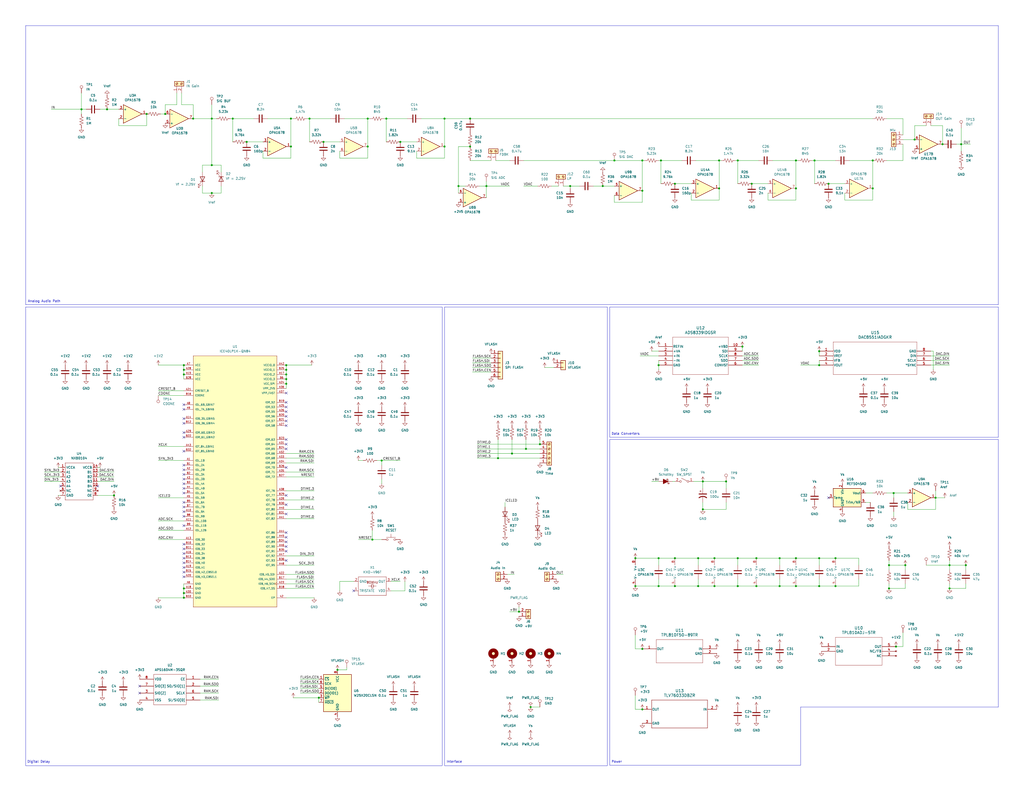
<source format=kicad_sch>
(kicad_sch (version 20231120) (generator "eeschema") (generator_version "8.0")
  (paper "C")
  (title_block (title "16-bit Digital Delay Pedal") (rev "1"))
  (junction (at 156.21 204.47))
  (junction (at 156.21 199.39))
  (junction (at 368.3 100.33))
  (junction (at 455.93 320.04))
  (junction (at 127 64.77))
  (junction (at 100.33 321.31))
  (junction (at 412.75 320.04))
  (junction (at 485.14 308.61))
  (junction (at 62.23 270.51))
  (junction (at 444.5 87.63))
  (junction (at 510.54 271.78))
  (junction (at 208.28 251.46))
  (junction (at 381 320.04))
  (junction (at 289.56 386.08))
  (junction (at 346.71 304.8))
  (junction (at 447.04 191.77))
  (junction (at 287.02 245.11))
  (junction (at 359.41 320.04))
  (junction (at 402.59 87.63))
  (junction (at 402.59 304.8))
  (junction (at 311.15 101.6))
  (junction (at 524.51 78.74))
  (junction (at 80.01 62.23))
  (junction (at 158.75 64.77))
  (junction (at 346.71 320.04))
  (junction (at 447.04 304.8))
  (junction (at 176.53 77.47))
  (junction (at 494.03 308.61))
  (junction (at 158.75 80.01))
  (junction (at 100.33 201.93))
  (junction (at 434.34 304.8))
  (junction (at 383.54 262.89))
  (junction (at 115.57 64.77))
  (junction (at 359.41 199.39))
  (junction (at 487.68 269.24))
  (junction (at 279.4 247.65))
  (junction (at 389.89 304.8))
  (junction (at 359.41 304.8))
  (junction (at 203.2 294.64))
  (junction (at 156.21 201.93))
  (junction (at 412.75 304.8))
  (junction (at 100.33 326.39))
  (junction (at 134.62 77.47))
  (junction (at 44.45 59.69))
  (junction (at 410.21 100.33))
  (junction (at 350.52 104.14))
  (junction (at 335.28 87.63))
  (junction (at 328.93 101.6))
  (junction (at 434.34 87.63))
  (junction (at 485.14 321.31))
  (junction (at 476.25 87.63))
  (junction (at 200.66 80.01))
  (junction (at 156.21 207.01))
  (junction (at 100.33 204.47))
  (junction (at 265.43 101.6))
  (junction (at 218.44 77.47))
  (junction (at 402.59 320.04))
  (junction (at 360.68 87.63))
  (junction (at 447.04 199.39))
  (junction (at 350.52 354.33))
  (junction (at 256.54 64.77))
  (junction (at 392.43 87.63))
  (junction (at 100.33 323.85))
  (junction (at 514.35 78.74))
  (junction (at 283.21 334.01))
  (junction (at 518.16 308.61))
  (junction (at 425.45 320.04))
  (junction (at 389.89 320.04))
  (junction (at 115.57 105.41))
  (junction (at 90.17 62.23))
  (junction (at 210.82 64.77))
  (junction (at 527.05 308.61))
  (junction (at 368.3 320.04))
  (junction (at 381 304.8))
  (junction (at 488.95 353.06))
  (junction (at 256.54 80.01))
  (junction (at 242.57 80.01))
  (junction (at 383.54 278.13))
  (junction (at 499.11 76.2))
  (junction (at 115.57 90.17))
  (junction (at 452.12 100.33))
  (junction (at 434.34 102.87))
  (junction (at 242.57 64.77))
  (junction (at 392.43 102.87))
  (junction (at 350.52 87.63))
  (junction (at 173.99 381))
  (junction (at 184.15 365.76))
  (junction (at 105.41 64.77))
  (junction (at 405.13 189.23))
  (junction (at 455.93 304.8))
  (junction (at 271.78 250.19))
  (junction (at 368.3 304.8))
  (junction (at 58.42 59.69))
  (junction (at 425.45 304.8))
  (junction (at 396.24 262.89))
  (junction (at 350.52 387.35))
  (junction (at 200.66 64.77))
  (junction (at 476.25 102.87))
  (junction (at 447.04 320.04))
  (junction (at 250.19 101.6))
  (junction (at 294.64 242.57))
  (junction (at 156.21 209.55))
  (junction (at 168.91 64.77))
  (junction (at 434.34 320.04))
  (junction (at 518.16 321.31))
  (junction (at 100.33 199.39))
  (no_connect (at 156.21 242.57))
  (no_connect (at 100.33 281.94))
  (no_connect (at 100.33 228.6))
  (no_connect (at 156.21 232.41))
  (no_connect (at 100.33 236.22))
  (no_connect (at 33.02 265.43))
  (no_connect (at 156.21 214.63))
  (no_connect (at 100.33 274.32))
  (no_connect (at 156.21 255.27))
  (no_connect (at 100.33 299.72))
  (no_connect (at 100.33 269.24))
  (no_connect (at 156.21 306.07))
  (no_connect (at 100.33 297.18))
  (no_connect (at 100.33 314.96))
  (no_connect (at 156.21 245.11))
  (no_connect (at 156.21 293.37))
  (no_connect (at 100.33 266.7))
  (no_connect (at 100.33 302.26))
  (no_connect (at 156.21 224.79))
  (no_connect (at 100.33 264.16))
  (no_connect (at 100.33 307.34))
  (no_connect (at 156.21 229.87))
  (no_connect (at 100.33 220.98))
  (no_connect (at 100.33 231.14))
  (no_connect (at 100.33 279.4))
  (no_connect (at 156.21 240.03))
  (no_connect (at 100.33 246.38))
  (no_connect (at 193.04 322.58))
  (no_connect (at 100.33 256.54))
  (no_connect (at 100.33 276.86))
  (no_connect (at 100.33 238.76))
  (no_connect (at 156.21 275.59))
  (no_connect (at 452.12 271.78))
  (no_connect (at 100.33 287.02))
  (no_connect (at 156.21 222.25))
  (no_connect (at 156.21 290.83))
  (no_connect (at 100.33 261.62))
  (no_connect (at 76.2 378.46))
  (no_connect (at 156.21 295.91))
  (no_connect (at 100.33 223.52))
  (no_connect (at 100.33 309.88))
  (no_connect (at 76.2 374.65))
  (no_connect (at 100.33 259.08))
  (no_connect (at 156.21 219.71))
  (no_connect (at 100.33 304.8))
  (no_connect (at 156.21 270.51))
  (no_connect (at 156.21 298.45))
  (no_connect (at 100.33 254))
  (no_connect (at 156.21 280.67))
  (no_connect (at 156.21 300.99))
  (no_connect (at 156.21 227.33))
  (no_connect (at 53.34 265.43))
  (no_connect (at 100.33 312.42))
  (wire (pts (xy 53.34 260.35) (xy 62.23 260.35)))
  (wire (pts (xy 127 64.77) (xy 127 77.47)))
  (wire (pts (xy 184.15 365.76) (xy 189.23 365.76)))
  (wire (pts (xy 421.64 87.63) (xy 434.34 87.63)))
  (wire (pts (xy 359.41 262.89) (xy 355.6 262.89)))
  (wire (pts (xy 300.99 101.6) (xy 304.8 101.6)))
  (wire (pts (xy 171.45 326.39) (xy 156.21 326.39)))
  (wire (pts (xy 485.14 308.61) (xy 485.14 306.07)))
  (wire (pts (xy 168.91 64.77) (xy 167.64 64.77)))
  (wire (pts (xy 355.6 191.77) (xy 359.41 191.77)))
  (wire (pts (xy 163.83 373.38) (xy 173.99 373.38)))
  (wire (pts (xy 187.96 64.77) (xy 200.66 64.77)))
  (wire (pts (xy 208.28 251.46) (xy 218.44 251.46)))
  (wire (pts (xy 100.33 199.39) (xy 100.33 201.93)))
  (polyline (pts (xy 436.88 417.83) (xy 332.74 417.83)))
  (wire (pts (xy 396.24 262.89) (xy 396.24 266.7)))
  (wire (pts (xy 278.13 334.01) (xy 283.21 334.01)))
  (wire (pts (xy 346.71 379.73) (xy 346.71 387.35)))
  (wire (pts (xy 515.62 271.78) (xy 510.54 271.78)))
  (wire (pts (xy 143.51 86.36) (xy 158.75 86.36)))
  (wire (pts (xy 492.76 78.74) (xy 492.76 87.63)))
  (wire (pts (xy 402.59 304.8) (xy 402.59 308.61)))
  (wire (pts (xy 425.45 304.8) (xy 425.45 308.61)))
  (wire (pts (xy 256.54 87.63) (xy 267.97 87.63)))
  (wire (pts (xy 173.99 381) (xy 173.99 383.54)))
  (wire (pts (xy 86.36 251.46) (xy 100.33 251.46)))
  (wire (pts (xy 64.77 68.58) (xy 64.77 64.77)))
  (wire (pts (xy 379.73 87.63) (xy 392.43 87.63)))
  (wire (pts (xy 146.05 64.77) (xy 158.75 64.77)))
  (wire (pts (xy 115.57 90.17) (xy 110.49 90.17)))
  (wire (pts (xy 389.89 304.8) (xy 402.59 304.8)))
  (wire (pts (xy 410.21 100.33) (xy 419.1 100.33)))
  (wire (pts (xy 125.73 64.77) (xy 127 64.77)))
  (wire (pts (xy 487.68 279.4) (xy 487.68 281.94)))
  (wire (pts (xy 412.75 320.04) (xy 425.45 320.04)))
  (wire (pts (xy 208.28 264.16) (xy 208.28 261.62)))
  (wire (pts (xy 156.21 273.05) (xy 171.45 273.05)))
  (wire (pts (xy 287.02 245.11) (xy 294.64 245.11)))
  (wire (pts (xy 100.33 318.77) (xy 100.33 321.31)))
  (wire (pts (xy 44.45 62.23) (xy 44.45 59.69)))
  (wire (pts (xy 271.78 250.19) (xy 294.64 250.19)))
  (wire (pts (xy 110.49 105.41) (xy 110.49 101.6)))
  (wire (pts (xy 265.43 101.6) (xy 265.43 107.95)))
  (wire (pts (xy 494.03 311.15) (xy 494.03 308.61)))
  (wire (pts (xy 171.45 321.31) (xy 156.21 321.31)))
  (wire (pts (xy 203.2 294.64) (xy 208.28 294.64)))
  (wire (pts (xy 250.19 101.6) (xy 250.19 105.41)))
  (wire (pts (xy 156.21 201.93) (xy 156.21 204.47)))
  (wire (pts (xy 392.43 102.87) (xy 392.43 109.22)))
  (wire (pts (xy 160.02 64.77) (xy 158.75 64.77)))
  (wire (pts (xy 294.64 247.65) (xy 279.4 247.65)))
  (wire (pts (xy 261.62 101.6) (xy 265.43 101.6)))
  (wire (pts (xy 494.03 318.77) (xy 494.03 321.31)))
  (wire (pts (xy 205.74 251.46) (xy 208.28 251.46)))
  (wire (pts (xy 487.68 269.24) (xy 495.3 269.24)))
  (wire (pts (xy 508 194.31) (xy 518.16 194.31)))
  (wire (pts (xy 527.05 311.15) (xy 527.05 308.61)))
  (wire (pts (xy 156.21 250.19) (xy 171.45 250.19)))
  (wire (pts (xy 185.42 86.36) (xy 200.66 86.36)))
  (wire (pts (xy 447.04 196.85) (xy 447.04 199.39)))
  (wire (pts (xy 189.23 365.76) (xy 189.23 364.49)))
  (wire (pts (xy 96.52 50.8) (xy 96.52 57.15)))
  (wire (pts (xy 90.17 57.15) (xy 90.17 62.23)))
  (wire (pts (xy 156.21 283.21) (xy 171.45 283.21)))
  (wire (pts (xy 378.46 262.89) (xy 383.54 262.89)))
  (wire (pts (xy 257.81 195.58) (xy 267.97 195.58)))
  (wire (pts (xy 492.76 353.06) (xy 488.95 353.06)))
  (wire (pts (xy 483.87 64.77) (xy 492.76 64.77)))
  (wire (pts (xy 443.23 87.63) (xy 444.5 87.63)))
  (wire (pts (xy 405.13 199.39) (xy 414.02 199.39)))
  (wire (pts (xy 396.24 274.32) (xy 396.24 278.13)))
  (wire (pts (xy 435.61 87.63) (xy 434.34 87.63)))
  (wire (pts (xy 285.75 101.6) (xy 293.37 101.6)))
  (wire (pts (xy 283.21 331.47) (xy 283.21 334.01)))
  (wire (pts (xy 53.34 270.51) (xy 62.23 270.51)))
  (wire (pts (xy 100.33 294.64) (xy 86.36 294.64)))
  (wire (pts (xy 518.16 321.31) (xy 518.16 318.77)))
  (wire (pts (xy 33.02 257.81) (xy 24.13 257.81)))
  (wire (pts (xy 346.71 320.04) (xy 359.41 320.04)))
  (wire (pts (xy 53.34 257.81) (xy 62.23 257.81)))
  (wire (pts (xy 383.54 278.13) (xy 396.24 278.13)))
  (wire (pts (xy 115.57 57.15) (xy 115.57 64.77)))
  (wire (pts (xy 87.63 62.23) (xy 90.17 62.23)))
  (wire (pts (xy 158.75 80.01) (xy 158.75 86.36)))
  (wire (pts (xy 168.91 64.77) (xy 180.34 64.77)))
  (wire (pts (xy 485.14 321.31) (xy 494.03 321.31)))
  (wire (pts (xy 260.35 245.11) (xy 287.02 245.11)))
  (wire (pts (xy 468.63 304.8) (xy 455.93 304.8)))
  (wire (pts (xy 508 196.85) (xy 518.16 196.85)))
  (wire (pts (xy 405.13 196.85) (xy 414.02 196.85)))
  (wire (pts (xy 156.21 199.39) (xy 156.21 201.93)))
  (wire (pts (xy 200.66 64.77) (xy 200.66 80.01)))
  (wire (pts (xy 377.19 105.41) (xy 377.19 109.22)))
  (wire (pts (xy 468.63 316.23) (xy 468.63 320.04)))
  (wire (pts (xy 31.75 255.27) (xy 33.02 255.27)))
  (wire (pts (xy 168.91 64.77) (xy 168.91 77.47)))
  (wire (pts (xy 349.25 194.31) (xy 359.41 194.31)))
  (wire (pts (xy 100.33 289.56) (xy 86.36 289.56)))
  (wire (pts (xy 90.17 57.15) (xy 96.52 57.15)))
  (wire (pts (xy 476.25 87.63) (xy 476.25 102.87)))
  (wire (pts (xy 383.54 262.89) (xy 396.24 262.89)))
  (wire (pts (xy 156.21 316.23) (xy 171.45 316.23)))
  (wire (pts (xy 163.83 375.92) (xy 173.99 375.92)))
  (wire (pts (xy 402.59 87.63) (xy 414.02 87.63)))
  (wire (pts (xy 279.4 247.65) (xy 279.4 240.03)))
  (wire (pts (xy 360.68 87.63) (xy 372.11 87.63)))
  (wire (pts (xy 33.02 260.35) (xy 24.13 260.35)))
  (wire (pts (xy 328.93 101.6) (xy 335.28 101.6)))
  (wire (pts (xy 508 191.77) (xy 509.27 191.77)))
  (wire (pts (xy 109.22 370.84) (xy 119.38 370.84)))
  (wire (pts (xy 359.41 320.04) (xy 368.3 320.04)))
  (wire (pts (xy 492.76 76.2) (xy 499.11 76.2)))
  (wire (pts (xy 487.68 271.78) (xy 487.68 269.24)))
  (wire (pts (xy 170.18 199.39) (xy 156.21 199.39)))
  (wire (pts (xy 163.83 378.46) (xy 173.99 378.46)))
  (wire (pts (xy 31.75 270.51) (xy 33.02 270.51)))
  (wire (pts (xy 447.04 304.8) (xy 447.04 308.61)))
  (wire (pts (xy 307.34 101.6) (xy 311.15 101.6)))
  (wire (pts (xy 105.41 64.77) (xy 115.57 64.77)))
  (wire (pts (xy 514.35 68.58) (xy 514.35 78.74)))
  (wire (pts (xy 120.65 105.41) (xy 115.57 105.41)))
  (wire (pts (xy 463.55 87.63) (xy 476.25 87.63)))
  (wire (pts (xy 434.34 87.63) (xy 434.34 102.87)))
  (wire (pts (xy 156.21 204.47) (xy 156.21 207.01)))
  (wire (pts (xy 260.35 250.19) (xy 271.78 250.19)))
  (polyline (pts (xy 332.74 240.03) (xy 332.74 417.83)))
  (wire (pts (xy 257.81 198.12) (xy 267.97 198.12)))
  (wire (pts (xy 359.41 196.85) (xy 359.41 199.39)))
  (wire (pts (xy 185.42 317.5) (xy 193.04 317.5)))
  (wire (pts (xy 109.22 378.46) (xy 119.38 378.46)))
  (wire (pts (xy 444.5 87.63) (xy 455.93 87.63)))
  (wire (pts (xy 156.21 278.13) (xy 171.45 278.13)))
  (wire (pts (xy 294.64 240.03) (xy 294.64 242.57)))
  (wire (pts (xy 156.21 308.61) (xy 171.45 308.61)))
  (wire (pts (xy 203.2 289.56) (xy 203.2 294.64)))
  (wire (pts (xy 499.11 68.58) (xy 505.46 68.58)))
  (wire (pts (xy 156.21 252.73) (xy 171.45 252.73)))
  (wire (pts (xy 58.42 59.69) (xy 64.77 59.69)))
  (wire (pts (xy 368.3 320.04) (xy 381 320.04)))
  (wire (pts (xy 86.36 215.9) (xy 100.33 215.9)))
  (polyline (pts (xy 544.83 240.03) (xy 544.83 386.08)))
  (wire (pts (xy 280.67 313.69) (xy 276.86 313.69)))
  (wire (pts (xy 434.34 320.04) (xy 447.04 320.04)))
  (wire (pts (xy 86.36 199.39) (xy 100.33 199.39)))
  (wire (pts (xy 213.36 317.5) (xy 218.44 317.5)))
  (wire (pts (xy 402.59 87.63) (xy 402.59 100.33)))
  (wire (pts (xy 257.81 200.66) (xy 267.97 200.66)))
  (wire (pts (xy 359.41 316.23) (xy 359.41 320.04)))
  (wire (pts (xy 80.01 68.58) (xy 64.77 68.58)))
  (wire (pts (xy 447.04 320.04) (xy 455.93 320.04)))
  (wire (pts (xy 350.52 87.63) (xy 351.79 87.63)))
  (wire (pts (xy 359.41 199.39) (xy 359.41 201.93)))
  (wire (pts (xy 359.41 304.8) (xy 368.3 304.8)))
  (wire (pts (xy 452.12 100.33) (xy 461.01 100.33)))
  (wire (pts (xy 521.97 78.74) (xy 524.51 78.74)))
  (wire (pts (xy 518.16 308.61) (xy 518.16 311.15)))
  (wire (pts (xy 524.51 78.74) (xy 524.51 82.55)))
  (wire (pts (xy 518.16 308.61) (xy 518.16 306.07)))
  (wire (pts (xy 120.65 93.98) (xy 120.65 90.17)))
  (wire (pts (xy 260.35 247.65) (xy 279.4 247.65)))
  (wire (pts (xy 185.42 322.58) (xy 185.42 317.5)))
  (wire (pts (xy 461.01 109.22) (xy 476.25 109.22)))
  (wire (pts (xy 271.78 240.03) (xy 271.78 250.19)))
  (wire (pts (xy 468.63 320.04) (xy 455.93 320.04)))
  (wire (pts (xy 444.5 100.33) (xy 444.5 87.63)))
  (wire (pts (xy 171.45 260.35) (xy 156.21 260.35)))
  (wire (pts (xy 208.28 254) (xy 208.28 251.46)))
  (polyline (pts (xy 544.83 386.08) (xy 436.88 386.08)))
  (wire (pts (xy 44.45 50.8) (xy 44.45 59.69)))
  (wire (pts (xy 209.55 64.77) (xy 210.82 64.77)))
  (wire (pts (xy 492.76 345.44) (xy 492.76 353.06)))
  (wire (pts (xy 368.3 304.8) (xy 381 304.8)))
  (wire (pts (xy 109.22 374.65) (xy 119.38 374.65)))
  (wire (pts (xy 120.65 90.17) (xy 115.57 90.17)))
  (wire (pts (xy 100.33 323.85) (xy 100.33 326.39)))
  (wire (pts (xy 393.7 87.63) (xy 392.43 87.63)))
  (wire (pts (xy 381 304.8) (xy 381 308.61)))
  (wire (pts (xy 483.87 87.63) (xy 492.76 87.63)))
  (wire (pts (xy 495.3 274.32) (xy 495.3 278.13)))
  (wire (pts (xy 44.45 59.69) (xy 46.99 59.69)))
  (wire (pts (xy 115.57 64.77) (xy 115.57 90.17)))
  (wire (pts (xy 524.51 69.85) (xy 524.51 78.74)))
  (wire (pts (xy 447.04 316.23) (xy 447.04 320.04)))
  (wire (pts (xy 210.82 77.47) (xy 210.82 64.77)))
  (wire (pts (xy 436.88 199.39) (xy 447.04 199.39)))
  (wire (pts (xy 402.59 304.8) (xy 412.75 304.8)))
  (wire (pts (xy 468.63 308.61) (xy 468.63 304.8)))
  (wire (pts (xy 156.21 207.01) (xy 156.21 209.55)))
  (wire (pts (xy 213.36 322.58) (xy 220.98 322.58)))
  (wire (pts (xy 227.33 86.36) (xy 242.57 86.36)))
  (wire (pts (xy 412.75 304.8) (xy 425.45 304.8)))
  (wire (pts (xy 27.94 59.69) (xy 44.45 59.69)))
  (wire (pts (xy 527.05 318.77) (xy 527.05 321.31)))
  (wire (pts (xy 377.19 109.22) (xy 392.43 109.22)))
  (wire (pts (xy 485.14 321.31) (xy 485.14 318.77)))
  (wire (pts (xy 447.04 304.8) (xy 455.93 304.8)))
  (wire (pts (xy 297.18 200.66) (xy 302.26 200.66)))
  (wire (pts (xy 381 304.8) (xy 389.89 304.8)))
  (wire (pts (xy 335.28 87.63) (xy 350.52 87.63)))
  (wire (pts (xy 171.45 318.77) (xy 156.21 318.77)))
  (wire (pts (xy 256.54 64.77) (xy 476.25 64.77)))
  (wire (pts (xy 270.51 87.63) (xy 278.13 87.63)))
  (wire (pts (xy 105.41 57.15) (xy 105.41 64.77)))
  (wire (pts (xy 115.57 105.41) (xy 110.49 105.41)))
  (wire (pts (xy 485.14 308.61) (xy 485.14 311.15)))
  (wire (pts (xy 156.21 247.65) (xy 171.45 247.65)))
  (wire (pts (xy 242.57 64.77) (xy 242.57 80.01)))
  (wire (pts (xy 499.11 68.58) (xy 499.11 76.2)))
  (wire (pts (xy 505.46 308.61) (xy 518.16 308.61)))
  (wire (pts (xy 474.98 274.32) (xy 472.44 274.32)))
  (wire (pts (xy 200.66 80.01) (xy 200.66 86.36)))
  (wire (pts (xy 419.1 109.22) (xy 434.34 109.22)))
  (wire (pts (xy 335.28 106.68) (xy 335.28 110.49)))
  (wire (pts (xy 524.51 78.74) (xy 529.59 78.74)))
  (wire (pts (xy 425.45 316.23) (xy 425.45 320.04)))
  (wire (pts (xy 156.21 257.81) (xy 171.45 257.81)))
  (wire (pts (xy 350.52 104.14) (xy 350.52 110.49)))
  (wire (pts (xy 476.25 269.24) (xy 472.44 269.24)))
  (wire (pts (xy 99.06 57.15) (xy 105.41 57.15)))
  (wire (pts (xy 143.51 82.55) (xy 143.51 86.36)))
  (wire (pts (xy 100.33 243.84) (xy 86.36 243.84)))
  (wire (pts (xy 383.54 266.7) (xy 383.54 262.89)))
  (wire (pts (xy 163.83 370.84) (xy 173.99 370.84)))
  (wire (pts (xy 134.62 77.47) (xy 143.51 77.47)))
  (wire (pts (xy 158.75 64.77) (xy 158.75 80.01)))
  (wire (pts (xy 335.28 110.49) (xy 350.52 110.49)))
  (wire (pts (xy 265.43 101.6) (xy 278.13 101.6)))
  (wire (pts (xy 201.93 64.77) (xy 200.66 64.77)))
  (wire (pts (xy 434.34 304.8) (xy 447.04 304.8)))
  (wire (pts (xy 195.58 251.46) (xy 198.12 251.46)))
  (wire (pts (xy 242.57 80.01) (xy 242.57 86.36)))
  (wire (pts (xy 33.02 262.89) (xy 24.13 262.89)))
  (wire (pts (xy 527.05 308.61) (xy 518.16 308.61)))
  (wire (pts (xy 260.35 242.57) (xy 294.64 242.57)))
  (wire (pts (xy 110.49 90.17) (xy 110.49 93.98)))
  (wire (pts (xy 100.33 201.93) (xy 100.33 204.47)))
  (wire (pts (xy 100.33 213.36) (xy 86.36 213.36)))
  (wire (pts (xy 311.15 101.6) (xy 316.23 101.6)))
  (wire (pts (xy 494.03 308.61) (xy 485.14 308.61)))
  (wire (pts (xy 405.13 194.31) (xy 414.02 194.31)))
  (wire (pts (xy 227.33 82.55) (xy 227.33 86.36)))
  (wire (pts (xy 389.89 320.04) (xy 402.59 320.04)))
  (wire (pts (xy 195.58 294.64) (xy 203.2 294.64)))
  (wire (pts (xy 368.3 100.33) (xy 377.19 100.33)))
  (wire (pts (xy 100.33 321.31) (xy 100.33 323.85)))
  (wire (pts (xy 425.45 304.8) (xy 434.34 304.8)))
  (wire (pts (xy 495.3 278.13) (xy 510.54 278.13)))
  (wire (pts (xy 86.36 271.78) (xy 100.33 271.78)))
  (wire (pts (xy 218.44 77.47) (xy 227.33 77.47)))
  (wire (pts (xy 250.19 80.01) (xy 256.54 80.01)))
  (wire (pts (xy 402.59 320.04) (xy 412.75 320.04)))
  (wire (pts (xy 160.02 381) (xy 173.99 381)))
  (wire (pts (xy 265.43 99.06) (xy 265.43 101.6)))
  (wire (pts (xy 381 320.04) (xy 389.89 320.04)))
  (wire (pts (xy 346.71 346.71) (xy 346.71 354.33)))
  (wire (pts (xy 359.41 87.63) (xy 360.68 87.63)))
  (wire (pts (xy 510.54 278.13) (xy 510.54 271.78)))
  (wire (pts (xy 509.27 191.77) (xy 509.27 201.93)))
  (wire (pts (xy 80.01 62.23) (xy 80.01 68.58)))
  (wire (pts (xy 53.34 262.89) (xy 62.23 262.89)))
  (wire (pts (xy 285.75 87.63) (xy 335.28 87.63)))
  (wire (pts (xy 156.21 303.53) (xy 171.45 303.53)))
  (wire (pts (xy 185.42 82.55) (xy 185.42 86.36)))
  (wire (pts (xy 115.57 64.77) (xy 118.11 64.77)))
  (wire (pts (xy 287.02 245.11) (xy 287.02 240.03)))
  (wire (pts (xy 86.36 326.39) (xy 100.33 326.39)))
  (wire (pts (xy 109.22 382.27) (xy 119.38 382.27)))
  (wire (pts (xy 120.65 101.6) (xy 120.65 105.41)))
  (wire (pts (xy 476.25 102.87) (xy 476.25 109.22)))
  (wire (pts (xy 518.16 321.31) (xy 527.05 321.31)))
  (wire (pts (xy 346.71 354.33) (xy 350.52 354.33)))
  (wire (pts (xy 492.76 64.77) (xy 492.76 73.66)))
  (wire (pts (xy 171.45 313.69) (xy 156.21 313.69)))
  (wire (pts (xy 434.34 102.87) (xy 434.34 109.22)))
  (wire (pts (xy 402.59 87.63) (xy 401.32 87.63)))
  (wire (pts (xy 257.81 203.2) (xy 267.97 203.2)))
  (wire (pts (xy 311.15 102.87) (xy 311.15 101.6)))
  (wire (pts (xy 127 64.77) (xy 138.43 64.77)))
  (wire (pts (xy 229.87 64.77) (xy 242.57 64.77)))
  (wire (pts (xy 346.71 304.8) (xy 359.41 304.8)))
  (wire (pts (xy 346.71 387.35) (xy 350.52 387.35)))
  (wire (pts (xy 210.82 64.77) (xy 222.25 64.77)))
  (wire (pts (xy 425.45 320.04) (xy 434.34 320.04)))
  (wire (pts (xy 99.06 50.8) (xy 99.06 57.15)))
  (wire (pts (xy 360.68 87.63) (xy 360.68 100.33)))
  (wire (pts (xy 508 68.58) (xy 514.35 68.58)))
  (wire (pts (xy 461.01 105.41) (xy 461.01 109.22)))
  (wire (pts (xy 58.42 59.69) (xy 54.61 59.69)))
  (wire (pts (xy 242.57 64.77) (xy 256.54 64.77)))
  (wire (pts (xy 323.85 101.6) (xy 328.93 101.6)))
  (wire (pts (xy 367.03 262.89) (xy 368.3 262.89)))
  (wire (pts (xy 250.19 80.01) (xy 250.19 101.6)))
  (wire (pts (xy 156.21 267.97) (xy 171.45 267.97)))
  (wire (pts (xy 405.13 189.23) (xy 405.13 191.77)))
  (wire (pts (xy 392.43 87.63) (xy 392.43 102.87)))
  (wire (pts (xy 176.53 77.47) (xy 185.42 77.47)))
  (wire (pts (xy 289.56 386.08) (xy 294.64 386.08)))
  (wire (pts (xy 275.59 274.32) (xy 275.59 276.86)))
  (wire (pts (xy 100.33 204.47) (xy 100.33 207.01)))
  (wire (pts (xy 156.21 209.55) (xy 156.21 212.09)))
  (wire (pts (xy 220.98 322.58) (xy 220.98 317.5)))
  (polyline (pts (xy 436.88 386.08) (xy 436.88 417.83)))
  (wire (pts (xy 359.41 304.8) (xy 359.41 308.61)))
  (wire (pts (xy 510.54 267.97) (xy 510.54 271.78)))
  (wire (pts (xy 402.59 316.23) (xy 402.59 320.04)))
  (wire (pts (xy 250.19 101.6) (xy 254 101.6)))
  (wire (pts (xy 383.54 274.32) (xy 383.54 278.13)))
  (polyline (pts (xy 332.74 240.03) (xy 544.83 240.03)))
  (wire (pts (xy 381 316.23) (xy 381 320.04)))
  (wire (pts (xy 350.52 87.63) (xy 350.52 104.14)))
  (wire (pts (xy 447.04 191.77) (xy 447.04 194.31)))
  (wire (pts (xy 307.34 313.69) (xy 303.53 313.69)))
  (wire (pts (xy 100.33 284.48) (xy 86.36 284.48)))
  (wire (pts (xy 419.1 105.41) (xy 419.1 109.22)))
  (wire (pts (xy 54.61 255.27) (xy 53.34 255.27)))
  (wire (pts (xy 508 199.39) (xy 518.16 199.39)))
  (wire (pts (xy 483.87 269.24) (xy 487.68 269.24)))
  (rectangle (start 13.97 167.64) (end 241.3 418.084))
  (rectangle (start 332.74 167.64) (end 544.83 238.76))
  (rectangle (start 13.97 13.97) (end 544.83 166.37))
  (rectangle (start 242.57 167.64) (end 331.47 418.084))
  (text "Data Converters" (at 341.376 236.982 0) (effects (font (size 1.27 1.27))))
  (text "Power" (at 336.55 416.052 0) (effects (font (size 1.27 1.27))))
  (text "Analog Audio Path" (at 24.13 164.592 0) (effects (font (size 1.27 1.27))))
  (text "Digital Delay" (at 21.082 416.052 0) (effects (font (size 1.27 1.27))))
  (text "Interface" (at 247.904 416.052 0) (effects (font (size 1.27 1.27))))
  (label "DIN_3V3" (at 24.13 262.89 0))
  (label "DTIME.1" (at 171.45 278.13 180))
  (label "RAM.SCK" (at 119.38 378.46 180))
  (label "DTIME.0" (at 171.45 283.21 180))
  (label "DAC.SYN" (at 518.16 199.39 180))
  (label "VDAC" (at 436.88 199.39 0))
  (label "DAC.SYN" (at 62.23 257.81 180))
  (label "CRESET_B" (at 86.36 213.36 0))
  (label "FLASH.SDI" (at 163.83 375.92 0))
  (label "RAM.SCK" (at 171.45 257.81 180))
  (label "FLASH.SDO" (at 171.45 313.69 180))
  (label "ADC.SDO" (at 414.02 196.85 180))
  (label "DTIME.2" (at 260.35 247.65 0))
  (label "ADC.SCK" (at 414.02 194.31 180))
  (label "ADC.SCK" (at 86.36 284.48 0))
  (label "DTIME.3" (at 171.45 267.97 180))
  (label "RAM.SDO" (at 171.45 250.19 180))
  (label "RAM.CEN" (at 171.45 247.65 180))
  (label "RAM.SDO" (at 119.38 374.65 180))
  (label "SYN_3V3" (at 24.13 257.81 0))
  (label "SYN_3V3" (at 86.36 251.46 0))
  (label "ADC.CNV" (at 414.02 199.39 180))
  (label "VDAC" (at 285.75 101.6 0))
  (label "FLASH.SCK" (at 171.45 318.77 180))
  (label "+9V" (at 278.13 334.01 0))
  (label "SCK_3V3" (at 24.13 260.35 0))
  (label "SCK_3V3" (at 171.45 308.61 180))
  (label "FLASH.SDO" (at 257.81 200.66 0))
  (label "RAM.SDI" (at 119.38 382.27 180))
  (label "ADC.SDO" (at 86.36 289.56 0))
  (label "VADC" (at 278.13 101.6 180))
  (label "IN" (at 280.67 313.69 180))
  (label "DTIME.0" (at 260.35 242.57 0))
  (label "NRESET" (at 195.58 294.64 0))
  (label "DAC.SCK" (at 518.16 196.85 180))
  (label "DTIME.1" (at 260.35 245.11 0))
  (label "DTIME.3" (at 260.35 250.19 0))
  (label "DTIME.2" (at 171.45 273.05 180))
  (label "+9V" (at 355.6 262.89 0))
  (label "RAM.SDI" (at 171.45 252.73 180))
  (label "NRESET" (at 171.45 260.35 180))
  (label "FLASH.SDI" (at 257.81 198.12 0))
  (label "DAC.DIN" (at 518.16 194.31 180))
  (label "CDONE" (at 86.36 215.9 0))
  (label "DAC.DIN" (at 62.23 262.89 180))
  (label "FLASH.SDO" (at 163.83 378.46 0))
  (label "ICELED" (at 86.36 271.78 0))
  (label "XCLK" (at 86.36 243.84 0))
  (label "CRESET_B" (at 218.44 251.46 180))
  (label "FLASH.CEN" (at 257.81 203.2 0))
  (label "OUT" (at 529.59 78.74 180))
  (label "DAC.SCK" (at 62.23 260.35 180))
  (label "DIN_3V3" (at 171.45 303.53 180))
  (label "FLASH.SDI" (at 171.45 316.23 180))
  (label "FLASH.SCK" (at 163.83 373.38 0))
  (label "IN" (at 27.94 59.69 0))
  (label "FLASH.CEN" (at 171.45 321.31 180))
  (label "ICELED" (at 275.59 274.32 0))
  (label "ADC.CNV" (at 86.36 294.64 0))
  (label "OUT" (at 307.34 313.69 180))
  (label "RAM.CEN" (at 119.38 370.84 180))
  (label "VADC" (at 349.25 194.31 0))
  (label "FLASH.CEN" (at 163.83 370.84 0))
  (label "XCLK" (at 218.44 317.5 180))
  (label "FLASH.SCK" (at 257.81 195.58 0))
  (symbol (lib_id "Device:C") (at 35.56 203.2 0) (mirror y) (unit 1)
    (property "Reference" "C55" (at 31.75 201.9299 0) (effects (justify left)))
    (property "Value" "0.1u" (at 31.75 204.4699 0) (effects (justify left)))
    (property "Footprint" "Capacitor_SMD:C_0603_1608Metric_Pad1.08x0.95mm_HandSolder" (effects (hide yes)))
    (property "Description" "Unpolarized capacitor" (effects (hide yes)))
  )
  (symbol (lib_id "power:GND") (at 76.2 382.27 0) (mirror y) (unit 1)
    (property "Reference" "#PWR012" (effects (hide yes)))
    (property "Value" "GND" (at 76.2 387.35 0))
    (property "Description" "Power symbol creates a global label with name \"GND\" , ground" (effects (hide yes)))
  )
  (symbol (lib_id "Amplifier_Operational:OPA1678") (at 415.29 312.42 0) (unit 3)
    (property "Reference" "U9" (at 414.02 311.1499 0) (effects (justify left)))
    (property "Value" "OPA1678" (at 414.02 313.6899 0) (effects (justify left)))
    (property "Footprint" "Package_SO:SOIC-8_3.9x4.9mm_P1.27mm" (effects (hide yes)))
    (property "Datasheet" "http://www.ti.com/lit/ds/symlink/opa1678.pdf" (effects (hide yes)))
    (property "Description" "Low-Distortion Audio Operational Amplifiers, SOIC-8/VSSOP-8" (effects (hide yes)))
  )
  (symbol (lib_id "power:GND") (at 500.38 359.41 0) (unit 1)
    (property "Reference" "#PWR087" (effects (hide yes)))
    (property "Value" "GND" (at 500.38 364.49 0))
    (property "Description" "Power symbol creates a global label with name \"GND\" , ground" (effects (hide yes)))
  )
  (symbol (lib_id "Device:LED") (at 110.49 97.79 270) (mirror x) (unit 1)
    (property "Reference" "D1" (at 106.68 98.1074 90) (effects (justify right)))
    (property "Value" "Vf = 2.25V" (at 106.68 100.6474 90) (effects (justify right)))
    (property "Footprint" "LED_SMD:LED_0603_1608Metric_Pad1.05x0.95mm_HandSolder" (effects (hide yes)))
    (property "Description" "Light emitting diode" (effects (hide yes)))
  )
  (symbol (lib_id "power:GND") (at 391.16 356.87 0) (mirror y) (unit 1)
    (property "Reference" "#PWR082" (effects (hide yes)))
    (property "Value" "GND" (at 391.16 361.95 0))
    (property "Description" "Power symbol creates a global label with name \"GND\" , ground" (effects (hide yes)))
  )
  (symbol (lib_id "Device:C") (at 487.68 275.59 0) (unit 1)
    (property "Reference" "C38" (at 491.49 274.3199 0) (effects (justify left)))
    (property "Value" "1u" (at 491.49 276.8599 0) (effects (justify left)))
    (property "Footprint" "Capacitor_SMD:C_0603_1608Metric_Pad1.08x0.95mm_HandSolder" (effects (hide yes)))
    (property "Description" "Unpolarized capacitor" (effects (hide yes)))
  )
  (symbol (lib_id "power:+1V0") (at 297.18 200.66 0) (mirror y) (unit 1)
    (property "Reference" "#PWR060" (effects (hide yes)))
    (property "Value" "+3V3" (at 297.18 195.58 0))
    (property "Description" "Power symbol creates a global label with name \"+1V0\"" (effects (hide yes)))
  )
  (symbol (lib_id "power:GND") (at 485.14 321.31 0) (mirror y) (unit 1)
    (property "Reference" "#PWR0141" (effects (hide yes)))
    (property "Value" "GND" (at 485.14 326.39 0))
    (property "Description" "Power symbol creates a global label with name \"GND\" , ground" (effects (hide yes)))
  )
  (symbol (lib_id "Device:C") (at 58.42 203.2 0) (mirror y) (unit 1)
    (property "Reference" "C53" (at 54.61 201.9299 0) (effects (justify left)))
    (property "Value" "0.1u" (at 54.61 204.4699 0) (effects (justify left)))
    (property "Footprint" "Capacitor_SMD:C_0603_1608Metric_Pad1.08x0.95mm_HandSolder" (effects (hide yes)))
    (property "Description" "Unpolarized capacitor" (effects (hide yes)))
  )
  (symbol (lib_id "TPL810ADJ_5TR:TPL810ADJ-5TR") (at 448.31 353.06 0) (unit 1)
    (property "Reference" "U10" (at 468.63 342.9 0) (effects (font (size 1.524 1.524))))
    (property "Value" "TPL810ADJ-5TR" (at 468.63 345.44 0) (effects (font (size 1.524 1.524))))
    (property "Footprint" "PCM_Package_TO_SOT_SMD_AKL:SOT-23-5_HandSoldering" (effects (hide yes)))
    (property "Datasheet" "TPL810ADJ-5TR" (effects (hide yes)))
  )
  (symbol (lib_id "Device:C") (at 402.59 355.6 0) (unit 1)
    (property "Reference" "C23" (at 406.4 354.3299 0) (effects (justify left)))
    (property "Value" "0.1u" (at 406.4 356.8699 0) (effects (justify left)))
    (property "Footprint" "Capacitor_SMD:C_0603_1608Metric_Pad1.08x0.95mm_HandSolder" (effects (hide yes)))
    (property "Description" "Unpolarized capacitor" (effects (hide yes)))
  )
  (symbol (lib_id "PCM_SL_Mechanical:MountingHole_M3_3.2mm_Pad") (at 269.24 356.87 0) (unit 1)
    (property "Reference" "H1" (at 273.05 356.8699 0) (effects (justify left)))
    (property "Value" "MountingHole_M3_3.2mm_Pad" (effects (hide yes)))
    (property "Footprint" "PCM_SL_Mechanical:MountingHole_3.2mm_Pad" (effects (hide yes)))
    (property "Description" "3.2mm Diameter Mounting Hole Pad (M3)" (effects (hide yes)))
  )
  (symbol (lib_id "Device:C") (at 494.03 314.96 0) (unit 1)
    (property "Reference" "C56" (at 497.84 313.6899 0) (effects (justify left)))
    (property "Value" "47u" (at 497.84 316.2299 0) (effects (justify left)))
    (property "Footprint" "Capacitor_SMD:C_0603_1608Metric_Pad1.08x0.95mm_HandSolder" (effects (hide yes)))
    (property "Description" "Unpolarized capacitor" (effects (hide yes)))
  )
  (symbol (lib_id "power:GND") (at 250.19 110.49 0) (mirror y) (unit 1)
    (property "Reference" "#PWR044" (effects (hide yes)))
    (property "Value" "+2V5" (at 250.19 115.57 0))
    (property "Description" "Power symbol creates a global label with name \"GND\" , ground" (effects (hide yes)))
  )
  (symbol (lib_id "Device:R_US") (at 205.74 64.77 270) (unit 1)
    (property "Reference" "R10" (at 205.74 58.42 90))
    (property "Value" "845" (at 205.74 60.96 90))
    (property "Footprint" "Resistor_SMD:R_0603_1608Metric_Pad0.98x0.95mm_HandSolder" (effects (hide yes)))
    (property "Description" "Resistor, US symbol" (effects (hide yes)))
  )
  (symbol (lib_id "Device:R_US") (at 44.45 66.04 0) (unit 1)
    (property "Reference" "R1" (at 46.99 64.7699 0) (effects (justify left)))
    (property "Value" "1M" (at 46.99 67.3099 0) (effects (justify left)))
    (property "Footprint" "Resistor_SMD:R_0603_1608Metric_Pad0.98x0.95mm_HandSolder" (effects (hide yes)))
    (property "Description" "Resistor, US symbol" (effects (hide yes)))
  )
  (symbol (lib_id "Device:R_US") (at 256.54 76.2 0) (unit 1)
    (property "Reference" "R12" (at 259.08 74.9299 0) (effects (justify left)))
    (property "Value" "20k" (at 259.08 77.4699 0) (effects (justify left)))
    (property "Footprint" "Resistor_SMD:R_0603_1608Metric_Pad0.98x0.95mm_HandSolder" (effects (hide yes)))
    (property "Description" "Resistor, US symbol" (effects (hide yes)))
  )
  (symbol (lib_id "power:GND") (at 115.57 105.41 0) (mirror y) (unit 1)
    (property "Reference" "#PWR019" (effects (hide yes)))
    (property "Value" "Vref" (at 115.57 110.49 0))
    (property "Description" "Power symbol creates a global label with name \"GND\" , ground" (effects (hide yes)))
  )
  (symbol (lib_id "Connector:TestPoint") (at 86.36 215.9 180) (unit 1)
    (property "Reference" "TP14" (at 88.9 217.9319 0) (effects (justify right)))
    (property "Value" "CDONE" (at 88.9 220.4719 0) (effects (justify right)))
    (property "Footprint" "TestPoint:TestPoint_THTPad_D1.0mm_Drill0.5mm" (effects (hide yes)))
    (property "Description" "test point" (effects (hide yes)))
  )
  (symbol (lib_id "power:GND") (at 474.98 281.94 0) (mirror y) (unit 1)
    (property "Reference" "#PWR0115" (effects (hide yes)))
    (property "Value" "GND" (at 474.98 287.02 0))
    (property "Description" "Power symbol creates a global label with name \"GND\" , ground" (effects (hide yes)))
  )
  (symbol (lib_id "Amplifier_Operational:OPA1678") (at 97.79 64.77 0) (mirror x) (unit 2)
    (property "Reference" "U3" (at 98.044 70.104 0))
    (property "Value" "OPA1678" (at 98.044 72.644 0))
    (property "Footprint" "Package_SO:SOIC-8_3.9x4.9mm_P1.27mm" (effects (hide yes)))
    (property "Datasheet" "http://www.ti.com/lit/ds/symlink/opa1678.pdf" (effects (hide yes)))
    (property "Description" "Low-Distortion Audio Operational Amplifiers, SOIC-8/VSSOP-8" (effects (hide yes)))
  )
  (symbol (lib_id "Device:R_US") (at 328.93 97.79 0) (unit 1)
    (property "Reference" "R36" (at 331.47 96.5199 0) (effects (justify left)))
    (property "Value" "1M" (at 331.47 99.0599 0) (effects (justify left)))
    (property "Footprint" "Resistor_SMD:R_0603_1608Metric_Pad0.98x0.95mm_HandSolder" (effects (hide yes)))
    (property "Description" "Resistor, US symbol" (effects (hide yes)))
  )
  (symbol (lib_id "power:GND") (at 184.15 391.16 0) (mirror y) (unit 1)
    (property "Reference" "#PWR026" (effects (hide yes)))
    (property "Value" "GND" (at 184.15 396.24 0))
    (property "Description" "Power symbol creates a global label with name \"GND\" , ground" (effects (hide yes)))
  )
  (symbol (lib_id "power:+1V0") (at 287.02 232.41 0) (mirror y) (unit 1)
    (property "Reference" "#PWR057" (effects (hide yes)))
    (property "Value" "+3V3" (at 287.02 227.33 0))
    (property "Description" "Power symbol creates a global label with name \"+1V0\"" (effects (hide yes)))
  )
  (symbol (lib_id "Device:C") (at 527.05 314.96 0) (unit 1)
    (property "Reference" "C35" (at 530.86 313.6899 0) (effects (justify left)))
    (property "Value" "47u" (at 530.86 316.2299 0) (effects (justify left)))
    (property "Footprint" "Capacitor_SMD:C_0603_1608Metric_Pad1.08x0.95mm_HandSolder" (effects (hide yes)))
    (property "Description" "Unpolarized capacitor" (effects (hide yes)))
  )
  (symbol (lib_id "power:GND") (at 276.86 316.23 0) (unit 1)
    (property "Reference" "#PWR051" (effects (hide yes)))
    (property "Value" "GND" (at 276.86 321.31 0))
    (property "Description" "Power symbol creates a global label with name \"GND\" , ground" (effects (hide yes)))
  )
  (symbol (lib_id "power:+1V0") (at 412.75 386.08 0) (unit 1)
    (property "Reference" "#PWR093" (effects (hide yes)))
    (property "Value" "+3V3" (at 412.75 381 0))
    (property "Description" "Power symbol creates a global label with name \"+1V0\"" (effects (hide yes)))
  )
  (symbol (lib_id "power:PWR_FLAG") (at 278.13 386.08 180) (unit 1)
    (property "Reference" "#FLG02" (effects (hide yes)))
    (property "Value" "PWR_FLAG" (at 278.13 391.16 0))
    (property "Description" "Special symbol for telling ERC where power comes from" (effects (hide yes)))
  )
  (symbol (lib_id "Device:R_US") (at 524.51 86.36 0) (unit 1)
    (property "Reference" "R34" (at 527.05 85.0899 0) (effects (justify left)))
    (property "Value" "1M" (at 527.05 87.6299 0) (effects (justify left)))
    (property "Footprint" "Resistor_SMD:R_0603_1608Metric_Pad0.98x0.95mm_HandSolder" (effects (hide yes)))
    (property "Description" "Resistor, US symbol" (effects (hide yes)))
  )
  (symbol (lib_id "Device:R_US") (at 397.51 87.63 270) (unit 1)
    (property "Reference" "R25" (at 397.51 81.28 90))
    (property "Value" "1.47k" (at 397.51 83.82 90))
    (property "Footprint" "Resistor_SMD:R_0603_1608Metric_Pad0.98x0.95mm_HandSolder" (effects (hide yes)))
    (property "Description" "Resistor, US symbol" (effects (hide yes)))
  )
  (symbol (lib_id "Connector:TestPoint") (at 189.23 364.49 0) (unit 1)
    (property "Reference" "TP15" (at 191.77 359.9179 0) (effects (justify left)))
    (property "Value" "VFLASH" (at 191.77 362.4579 0) (effects (justify left)))
    (property "Footprint" "TestPoint:TestPoint_THTPad_D1.0mm_Drill0.5mm" (effects (hide yes)))
    (property "Description" "test point" (effects (hide yes)))
  )
  (symbol (lib_id "power:+1V0") (at 355.6 191.77 0) (mirror y) (unit 1)
    (property "Reference" "#PWR073" (effects (hide yes)))
    (property "Value" "+5V" (at 355.6 186.69 0))
    (property "Description" "Power symbol creates a global label with name \"+1V0\"" (effects (hide yes)))
  )
  (symbol (lib_id "Device:C") (at 414.02 355.6 0) (unit 1)
    (property "Reference" "C29" (at 417.83 354.3299 0) (effects (justify left)))
    (property "Value" "10u" (at 417.83 356.8699 0) (effects (justify left)))
    (property "Footprint" "Capacitor_SMD:C_0603_1608Metric_Pad1.08x0.95mm_HandSolder" (effects (hide yes)))
    (property "Description" "Unpolarized capacitor" (effects (hide yes)))
  )
  (symbol (lib_id "power:GND") (at 226.06 382.27 0) (mirror y) (unit 1)
    (property "Reference" "#PWR045" (effects (hide yes)))
    (property "Value" "GND" (at 226.06 387.35 0))
    (property "Description" "Power symbol creates a global label with name \"GND\" , ground" (effects (hide yes)))
  )
  (symbol (lib_id "power:GND") (at 452.12 107.95 0) (mirror y) (unit 1)
    (property "Reference" "#PWR0106" (effects (hide yes)))
    (property "Value" "GND" (at 452.12 113.03 0))
    (property "Description" "Power symbol creates a global label with name \"GND\" , ground" (effects (hide yes)))
  )
  (symbol (lib_id "Device:R_US") (at 518.16 314.96 0) (unit 1)
    (property "Reference" "R30" (at 520.7 313.6899 0) (effects (justify left)))
    (property "Value" "40k" (at 520.7 316.2299 0) (effects (justify left)))
    (property "Footprint" "Resistor_SMD:R_0603_1608Metric_Pad0.98x0.95mm_HandSolder" (effects (hide yes)))
    (property "Description" "Resistor, US symbol" (effects (hide yes)))
  )
  (symbol (lib_id "Device:R_US") (at 257.81 101.6 270) (unit 1)
    (property "Reference" "R14" (at 257.81 95.25 90))
    (property "Value" "20k" (at 257.81 97.79 90))
    (property "Footprint" "Resistor_SMD:R_0603_1608Metric_Pad0.98x0.95mm_HandSolder" (effects (hide yes)))
    (property "Description" "Resistor, US symbol" (effects (hide yes)))
  )
  (symbol (lib_id "Amplifier_Operational:OPA1678") (at 342.9 104.14 0) (unit 2)
    (property "Reference" "U9" (at 342.9 93.98 0))
    (property "Value" "OPA1678" (at 342.9 96.52 0))
    (property "Footprint" "Package_SO:SOIC-8_3.9x4.9mm_P1.27mm" (effects (hide yes)))
    (property "Datasheet" "http://www.ti.com/lit/ds/symlink/opa1678.pdf" (effects (hide yes)))
    (property "Description" "Low-Distortion Audio Operational Amplifiers, SOIC-8/VSSOP-8" (effects (hide yes)))
  )
  (symbol (lib_id "Amplifier_Operational:OPA1678") (at 72.39 62.23 0) (unit 1)
    (property "Reference" "U3" (at 72.39 52.07 0))
    (property "Value" "OPA1678" (at 72.39 54.61 0))
    (property "Footprint" "Package_SO:SOIC-8_3.9x4.9mm_P1.27mm" (effects (hide yes)))
    (property "Datasheet" "http://www.ti.com/lit/ds/symlink/opa1678.pdf" (effects (hide yes)))
    (property "Description" "Low-Distortion Audio Operational Amplifiers, SOIC-8/VSSOP-8" (effects (hide yes)))
  )
  (symbol (lib_id "power:+1V0") (at 214.63 374.65 0) (mirror y) (unit 1)
    (property "Reference" "#PWR029" (effects (hide yes)))
    (property "Value" "VFLASH" (at 214.63 369.57 0))
    (property "Description" "Power symbol creates a global label with name \"+1V0\"" (effects (hide yes)))
  )
  (symbol (lib_id "power:GND") (at 208.28 264.16 0) (mirror y) (unit 1)
    (property "Reference" "#PWR039" (effects (hide yes)))
    (property "Value" "GND" (at 208.28 269.24 0))
    (property "Description" "Power symbol creates a global label with name \"GND\" , ground" (effects (hide yes)))
  )
  (symbol (lib_id "power:GND") (at 86.36 326.39 0) (mirror y) (unit 1)
    (property "Reference" "#PWR028" (effects (hide yes)))
    (property "Value" "GND" (at 86.36 331.47 0))
    (property "Description" "Power symbol creates a global label with name \"GND\" , ground" (effects (hide yes)))
  )
  (symbol (lib_id "power:GND") (at 58.42 52.07 0) (mirror x) (unit 1)
    (property "Reference" "#PWR015" (effects (hide yes)))
    (property "Value" "Vref" (at 58.42 46.99 0))
    (property "Description" "Power symbol creates a global label with name \"GND\" , ground" (effects (hide yes)))
  )
  (symbol (lib_id "Switch:SW_Push") (at 213.36 294.64 0) (unit 1)
    (property "Reference" "SW1" (at 213.36 287.02 0))
    (property "Value" "RESET" (at 213.36 289.56 0))
    (property "Footprint" "Button_Switch_THT:SW_PUSH_1P1T_6x3.5mm_H4.3_APEM_MJTP1243" (effects (hide yes)))
    (property "Description" "Push button switch, generic, two pins" (effects (hide yes)))
  )
  (symbol (lib_id "power:+1V0") (at 302.26 198.12 0) (mirror y) (unit 1)
    (property "Reference" "#PWR063" (effects (hide yes)))
    (property "Value" "VFLASH" (at 302.26 193.04 0))
    (property "Description" "Power symbol creates a global label with name \"+1V0\"" (effects (hide yes)))
  )
  (symbol (lib_id "power:+1V0") (at 444.5 267.97 0) (unit 1)
    (property "Reference" "#PWR0104" (effects (hide yes)))
    (property "Value" "Vs" (at 444.5 262.89 0))
    (property "Description" "Power symbol creates a global label with name \"+1V0\"" (effects (hide yes)))
  )
  (symbol (lib_id "power:GND") (at 414.02 359.41 0) (unit 1)
    (property "Reference" "#PWR099" (effects (hide yes)))
    (property "Value" "GND" (at 414.02 364.49 0))
    (property "Description" "Power symbol creates a global label with name \"GND\" , ground" (effects (hide yes)))
  )
  (symbol (lib_id "Device:R_US") (at 83.82 62.23 270) (unit 1)
    (property "Reference" "R3" (at 83.82 55.88 90))
    (property "Value" "10k" (at 83.82 58.42 90))
    (property "Footprint" "Resistor_SMD:R_0603_1608Metric_Pad0.98x0.95mm_HandSolder" (effects (hide yes)))
    (property "Description" "Resistor, US symbol" (effects (hide yes)))
  )
  (symbol (lib_id "Connector:TestPoint") (at 346.71 379.73 0) (unit 1)
    (property "Reference" "TP7" (at 349.25 375.1579 0) (effects (justify left)))
    (property "Value" "+3V3" (at 349.25 377.6979 0) (effects (justify left)))
    (property "Footprint" "TestPoint:TestPoint_THTPad_D1.0mm_Drill0.5mm" (effects (hide yes)))
    (property "Description" "test point" (effects (hide yes)))
  )
  (symbol (lib_id "power:+1V0") (at 391.16 387.35 0) (unit 1)
    (property "Reference" "#PWR083" (effects (hide yes)))
    (property "Value" "Vs" (at 391.16 382.27 0))
    (property "Description" "Power symbol creates a global label with name \"+1V0\"" (effects (hide yes)))
  )
  (symbol (lib_id "Amplifier_Operational:OPA1678") (at 193.04 80.01 0) (unit 2)
    (property "Reference" "U5" (at 193.04 69.85 0))
    (property "Value" "OPA1678" (at 193.04 72.39 0))
    (property "Footprint" "Package_SO:SOIC-8_3.9x4.9mm_P1.27mm" (effects (hide yes)))
    (property "Datasheet" "http://www.ti.com/lit/ds/symlink/opa1678.pdf" (effects (hide yes)))
    (property "Description" "Low-Distortion Audio Operational Amplifiers, SOIC-8/VSSOP-8" (effects (hide yes)))
  )
  (symbol (lib_id "Device:C") (at 142.24 64.77 90) (unit 1)
    (property "Reference" "C7" (at 142.24 57.15 90))
    (property "Value" "8.2n" (at 142.24 59.69 90))
    (property "Footprint" "Capacitor_SMD:C_0603_1608Metric_Pad1.08x0.95mm_HandSolder" (effects (hide yes)))
    (property "Description" "Unpolarized capacitor" (effects (hide yes)))
  )
  (symbol (lib_id "Connector:TestPoint") (at 294.64 386.08 0) (unit 1)
    (property "Reference" "TP12" (at 297.18 381.5079 0) (effects (justify left)))
    (property "Value" "GND" (at 297.18 384.0479 0) (effects (justify left)))
    (property "Footprint" "TestPoint:TestPoint_THTPad_D1.0mm_Drill0.5mm" (effects (hide yes)))
    (property "Description" "test point" (effects (hide yes)))
  )
  (symbol (lib_id "power:+1V0") (at 346.71 304.8 0) (unit 1)
    (property "Reference" "#PWR0112" (effects (hide yes)))
    (property "Value" "Vs" (at 346.71 299.72 0))
    (property "Description" "Power symbol creates a global label with name \"+1V0\"" (effects (hide yes)))
  )
  (symbol (lib_id "power:+1V0") (at 278.13 401.32 0) (mirror y) (unit 1)
    (property "Reference" "#PWR0123" (effects (hide yes)))
    (property "Value" "VFLASH" (at 278.13 396.24 0))
    (property "Description" "Power symbol creates a global label with name \"+1V0\"" (effects (hide yes)))
  )
  (symbol (lib_id "Device:C") (at 444.5 271.78 0) (mirror y) (unit 1)
    (property "Reference" "C32" (at 440.69 270.5099 0) (effects (justify left)))
    (property "Value" "1u" (at 440.69 273.0499 0) (effects (justify left)))
    (property "Footprint" "Capacitor_SMD:C_0603_1608Metric_Pad1.08x0.95mm_HandSolder" (effects (hide yes)))
    (property "Description" "Unpolarized capacitor" (effects (hide yes)))
  )
  (symbol (lib_id "power:+1V0") (at 448.31 353.06 0) (unit 1)
    (property "Reference" "#PWR067" (effects (hide yes)))
    (property "Value" "Vs" (at 448.31 347.98 0))
    (property "Description" "Power symbol creates a global label with name \"+1V0\"" (effects (hide yes)))
  )
  (symbol (lib_id "power:GND") (at 303.53 316.23 0) (unit 1)
    (property "Reference" "#PWR064" (effects (hide yes)))
    (property "Value" "GND" (at 303.53 321.31 0))
    (property "Description" "Power symbol creates a global label with name \"GND\" , ground" (effects (hide yes)))
  )
  (symbol (lib_id "power:GND") (at 171.45 326.39 0) (mirror y) (unit 1)
    (property "Reference" "#PWR0139" (effects (hide yes)))
    (property "Value" "GND" (at 171.45 331.47 0))
    (property "Description" "Power symbol creates a global label with name \"GND\" , ground" (effects (hide yes)))
  )
  (symbol (lib_id "power:GND") (at 220.98 207.01 0) (mirror y) (unit 1)
    (property "Reference" "#PWR02" (effects (hide yes)))
    (property "Value" "GND" (at 220.98 212.09 0))
    (property "Description" "Power symbol creates a global label with name \"GND\" , ground" (effects (hide yes)))
  )
  (symbol (lib_id "power:GND") (at 69.85 207.01 0) (mirror y) (unit 1)
    (property "Reference" "#PWR08" (effects (hide yes)))
    (property "Value" "GND" (at 69.85 212.09 0))
    (property "Description" "Power symbol creates a global label with name \"GND\" , ground" (effects (hide yes)))
  )
  (symbol (lib_id "power:GND") (at 448.31 355.6 0) (mirror y) (unit 1)
    (property "Reference" "#PWR068" (effects (hide yes)))
    (property "Value" "GND" (at 448.31 360.68 0))
    (property "Description" "Power symbol creates a global label with name \"GND\" , ground" (effects (hide yes)))
  )
  (symbol (lib_id "Device:C") (at 425.45 355.6 0) (unit 1)
    (property "Reference" "C31" (at 429.26 354.3299 0) (effects (justify left)))
    (property "Value" "10u" (at 429.26 356.8699 0) (effects (justify left)))
    (property "Footprint" "Capacitor_SMD:C_0603_1608Metric_Pad1.08x0.95mm_HandSolder" (effects (hide yes)))
    (property "Description" "Unpolarized capacitor" (effects (hide yes)))
  )
  (symbol (lib_id "Amplifier_Operational:OPA1678") (at 502.92 271.78 0) (unit 1)
    (property "Reference" "U9" (at 502.92 261.62 0))
    (property "Value" "OPA1678" (at 502.92 264.16 0))
    (property "Footprint" "Package_SO:SOIC-8_3.9x4.9mm_P1.27mm" (effects (hide yes)))
    (property "Datasheet" "http://www.ti.com/lit/ds/symlink/opa1678.pdf" (effects (hide yes)))
    (property "Description" "Low-Distortion Audio Operational Amplifiers, SOIC-8/VSSOP-8" (effects (hide yes)))
  )
  (symbol (lib_id "Device:C") (at 208.28 257.81 0) (unit 1)
    (property "Reference" "C11" (at 212.09 256.5399 0) (effects (justify left)))
    (property "Value" "1u" (at 212.09 259.0799 0) (effects (justify left)))
    (property "Footprint" "Capacitor_SMD:C_0603_1608Metric_Pad1.08x0.95mm_HandSolder" (effects (hide yes)))
    (property "Description" "Unpolarized capacitor" (effects (hide yes)))
  )
  (symbol (lib_id "Connector:Screw_Terminal_01x03") (at 487.68 76.2 0) (mirror y) (unit 1)
    (property "Reference" "J13" (at 487.172 81.28 0))
    (property "Value" "Mix" (at 487.172 71.12 0))
    (property "Footprint" "TerminalBlock_Phoenix:TerminalBlock_Phoenix_MPT-0,5-3-2.54_1x03_P2.54mm_Horizontal" (effects (hide yes)))
    (property "Description" "Generic screw terminal, single row, 01x03, script generated (kicad-library-utils/schlib/autogen/connector/)" (effects (hide yes)))
  )
  (symbol (lib_id "power:+1V0") (at 523.24 351.79 0) (mirror y) (unit 1)
    (property "Reference" "#PWR0100" (effects (hide yes)))
    (property "Value" "+1V2" (at 523.24 346.71 0))
    (property "Description" "Power symbol creates a global label with name \"+1V0\"" (effects (hide yes)))
  )
  (symbol (lib_id "Device:C") (at 471.17 215.9 0) (unit 1)
    (property "Reference" "C37" (at 474.98 214.6299 0) (effects (justify left)))
    (property "Value" "0.1u" (at 474.98 217.1699 0) (effects (justify left)))
    (property "Footprint" "Capacitor_SMD:C_0603_1608Metric_Pad1.08x0.95mm_HandSolder" (effects (hide yes)))
    (property "Description" "Unpolarized capacitor" (effects (hide yes)))
  )
  (symbol (lib_id "power:GND") (at 231.14 325.12 0) (mirror y) (unit 1)
    (property "Reference" "#PWR065" (effects (hide yes)))
    (property "Value" "GND" (at 231.14 330.2 0))
    (property "Description" "Power symbol creates a global label with name \"GND\" , ground" (effects (hide yes)))
  )
  (symbol (lib_id "Device:C") (at 381 312.42 0) (unit 1)
    (property "Reference" "C42" (at 384.81 311.1499 0) (effects (justify left)))
    (property "Value" "0.1u" (at 384.81 313.6899 0) (effects (justify left)))
    (property "Footprint" "Capacitor_SMD:C_0603_1608Metric_Pad1.08x0.95mm_HandSolder" (effects (hide yes)))
    (property "Description" "Unpolarized capacitor" (effects (hide yes)))
  )
  (symbol (lib_id "power:+1V0") (at 500.38 351.79 0) (mirror y) (unit 1)
    (property "Reference" "#PWR086" (effects (hide yes)))
    (property "Value" "Vs" (at 500.38 346.71 0))
    (property "Description" "Power symbol creates a global label with name \"+1V0\"" (effects (hide yes)))
  )
  (symbol (lib_id "power:GND") (at 412.75 393.7 0) (mirror y) (unit 1)
    (property "Reference" "#PWR094" (effects (hide yes)))
    (property "Value" "GND" (at 412.75 398.78 0))
    (property "Description" "Power symbol creates a global label with name \"GND\" , ground" (effects (hide yes)))
  )
  (symbol (lib_id "power:GND") (at 299.72 361.95 0) (mirror y) (unit 1)
    (property "Reference" "#PWR0132" (effects (hide yes)))
    (property "Value" "GND" (at 299.72 367.03 0))
    (property "Description" "Power symbol creates a global label with name \"GND\" , ground" (effects (hide yes)))
  )
  (symbol (lib_id "Amplifier_Operational:OPA1678") (at 392.43 312.42 0) (unit 3)
    (property "Reference" "U8" (at 391.16 311.1499 0) (effects (justify left)))
    (property "Value" "OPA1678" (at 391.16 313.6899 0) (effects (justify left)))
    (property "Footprint" "Package_SO:SOIC-8_3.9x4.9mm_P1.27mm" (effects (hide yes)))
    (property "Datasheet" "http://www.ti.com/lit/ds/symlink/opa1678.pdf" (effects (hide yes)))
    (property "Description" "Low-Distortion Audio Operational Amplifiers, SOIC-8/VSSOP-8" (effects (hide yes)))
  )
  (symbol (lib_id "PCM_SL_Mechanical:MountingHole_M3_3.2mm_Pad") (at 299.72 356.87 0) (unit 1)
    (property "Reference" "H4" (at 303.53 356.8699 0) (effects (justify left)))
    (property "Value" "MountingHole_M3_3.2mm_Pad" (effects (hide yes)))
    (property "Footprint" "PCM_SL_Mechanical:MountingHole_3.2mm_Pad" (effects (hide yes)))
    (property "Description" "3.2mm Diameter Mounting Hole Pad (M3)" (effects (hide yes)))
  )
  (symbol (lib_id "Connector:Screw_Terminal_01x05") (at 299.72 247.65 0) (mirror x) (unit 1)
    (property "Reference" "J8" (at 299.72 256.032 0))
    (property "Value" "Time" (at 299.72 258.572 0))
    (property "Footprint" "TerminalBlock_Phoenix:TerminalBlock_Phoenix_MPT-0,5-5-2.54_1x05_P2.54mm_Horizontal" (effects (hide yes)))
    (property "Description" "Generic screw terminal, single row, 01x05, script generated (kicad-library-utils/schlib/autogen/connector/)" (effects (hide yes)))
  )
  (symbol (lib_id "Amplifier_Operational:OPA1678") (at 384.81 102.87 0) (unit 1)
    (property "Reference" "U14" (at 384.81 92.71 0))
    (property "Value" "OPA1678" (at 384.81 95.25 0))
    (property "Footprint" "Package_SO:SOIC-8_3.9x4.9mm_P1.27mm" (effects (hide yes)))
    (property "Datasheet" "http://www.ti.com/lit/ds/symlink/opa1678.pdf" (effects (hide yes)))
    (property "Description" "Low-Distortion Audio Operational Amplifiers, SOIC-8/VSSOP-8" (effects (hide yes)))
  )
  (symbol (lib_id "power:+1V0") (at 170.18 199.39 0) (unit 1)
    (property "Reference" "#PWR031" (effects (hide yes)))
    (property "Value" "+3V3" (at 170.18 194.31 0))
    (property "Description" "Power symbol creates a global label with name \"+1V0\"" (effects (hide yes)))
  )
  (symbol (lib_id "Device:C") (at 368.3 104.14 0) (unit 1)
    (property "Reference" "C16" (at 372.11 102.8699 0) (effects (justify left)))
    (property "Value" "160p" (at 372.11 105.4099 0) (effects (justify left)))
    (property "Footprint" "Capacitor_SMD:C_0603_1608Metric_Pad1.08x0.95mm_HandSolder" (effects (hide yes)))
    (property "Description" "Unpolarized capacitor" (effects (hide yes)))
  )
  (symbol (lib_id "power:GND") (at 359.41 201.93 0) (unit 1)
    (property "Reference" "#PWR075" (effects (hide yes)))
    (property "Value" "GND" (at 359.41 207.01 0))
    (property "Description" "Power symbol creates a global label with name \"GND\" , ground" (effects (hide yes)))
  )
  (symbol (lib_id "power:GND") (at 218.44 85.09 0) (mirror y) (unit 1)
    (property "Reference" "#PWR043" (effects (hide yes)))
    (property "Value" "GND" (at 218.44 90.17 0))
    (property "Description" "Power symbol creates a global label with name \"GND\" , ground" (effects (hide yes)))
  )
  (symbol (lib_id "Connector:Screw_Terminal_01x02") (at 271.78 313.69 0) (mirror y) (unit 1)
    (property "Reference" "J4" (at 271.78 307.086 0))
    (property "Value" "Audio In" (at 271.78 310.134 0))
    (property "Footprint" "TerminalBlock_Phoenix:TerminalBlock_Phoenix_MPT-0,5-2-2.54_1x02_P2.54mm_Horizontal" (effects (hide yes)))
    (property "Description" "Generic screw terminal, single row, 01x02, script generated (kicad-library-utils/schlib/autogen/connector/)" (effects (hide yes)))
  )
  (symbol (lib_id "Switch:SW_SPST") (at 373.38 262.89 0) (mirror y) (unit 1)
    (property "Reference" "SW2" (at 373.38 256.54 0))
    (property "Value" "SW_SPST" (at 373.38 259.08 0))
    (property "Footprint" "TerminalBlock_Phoenix:TerminalBlock_Phoenix_MPT-0,5-2-2.54_1x02_P2.54mm_Horizontal" (effects (hide yes)))
    (property "Description" "Single Pole Single Throw (SPST) switch" (effects (hide yes)))
  )
  (symbol (lib_id "power:GND") (at 346.71 320.04 0) (mirror y) (unit 1)
    (property "Reference" "#PWR0113" (effects (hide yes)))
    (property "Value" "GND" (at 346.71 325.12 0))
    (property "Description" "Power symbol creates a global label with name \"GND\" , ground" (effects (hide yes)))
  )
  (symbol (lib_id "Device:C") (at 226.06 378.46 0) (mirror y) (unit 1)
    (property "Reference" "C51" (at 222.25 377.1899 0) (effects (justify left)))
    (property "Value" "1u" (at 222.25 379.7299 0) (effects (justify left)))
    (property "Footprint" "Capacitor_SMD:C_0603_1608Metric_Pad1.08x0.95mm_HandSolder" (effects (hide yes)))
    (property "Description" "Unpolarized capacitor" (effects (hide yes)))
  )
  (symbol (lib_id "Device:C") (at 184.15 64.77 90) (unit 1)
    (property "Reference" "C9" (at 184.15 57.15 90))
    (property "Value" "10n" (at 184.15 59.69 90))
    (property "Footprint" "Capacitor_SMD:C_0603_1608Metric_Pad1.08x0.95mm_HandSolder" (effects (hide yes)))
    (property "Description" "Unpolarized capacitor" (effects (hide yes)))
  )
  (symbol (lib_id "power:GND") (at 425.45 359.41 0) (unit 1)
    (property "Reference" "#PWR0103" (effects (hide yes)))
    (property "Value" "GND" (at 425.45 364.49 0))
    (property "Description" "Power symbol creates a global label with name \"GND\" , ground" (effects (hide yes)))
  )
  (symbol (lib_id "power:+1V0") (at 231.14 317.5 0) (mirror y) (unit 1)
    (property "Reference" "#PWR056" (effects (hide yes)))
    (property "Value" "+3V3" (at 231.14 312.42 0))
    (property "Description" "Power symbol creates a global label with name \"+1V0\"" (effects (hide yes)))
  )
  (symbol (lib_id "power:+1V0") (at 86.36 199.39 0) (mirror y) (unit 1)
    (property "Reference" "#PWR014" (effects (hide yes)))
    (property "Value" "+1V2" (at 86.36 194.31 0))
    (property "Description" "Power symbol creates a global label with name \"+1V0\"" (effects (hide yes)))
  )
  (symbol (lib_id "Device:C") (at 386.08 215.9 0) (unit 1)
    (property "Reference" "C20" (at 389.89 214.6299 0) (effects (justify left)))
    (property "Value" "1u" (at 389.89 217.1699 0) (effects (justify left)))
    (property "Footprint" "Capacitor_SMD:C_0603_1608Metric_Pad1.08x0.95mm_HandSolder" (effects (hide yes)))
    (property "Description" "Unpolarized capacitor" (effects (hide yes)))
  )
  (symbol (lib_id "Amplifier_Operational:OPA1678") (at 426.72 102.87 0) (unit 2)
    (property "Reference" "U14" (at 426.72 92.71 0))
    (property "Value" "OPA1678" (at 426.72 95.25 0))
    (property "Footprint" "Package_SO:SOIC-8_3.9x4.9mm_P1.27mm" (effects (hide yes)))
    (property "Datasheet" "http://www.ti.com/lit/ds/symlink/opa1678.pdf" (effects (hide yes)))
    (property "Description" "Low-Distortion Audio Operational Amplifiers, SOIC-8/VSSOP-8" (effects (hide yes)))
  )
  (symbol (lib_id "power:+1V0") (at 220.98 222.25 0) (mirror y) (unit 1)
    (property "Reference" "#PWR061" (effects (hide yes)))
    (property "Value" "+3V3" (at 220.98 217.17 0))
    (property "Description" "Power symbol creates a global label with name \"+1V0\"" (effects (hide yes)))
  )
  (symbol (lib_id "Amplifier_Operational:OPA1678") (at 151.13 80.01 0) (unit 1)
    (property "Reference" "U5" (at 151.13 69.85 0))
    (property "Value" "OPA1678" (at 151.13 72.39 0))
    (property "Footprint" "Package_SO:SOIC-8_3.9x4.9mm_P1.27mm" (effects (hide yes)))
    (property "Datasheet" "http://www.ti.com/lit/ds/symlink/opa1678.pdf" (effects (hide yes)))
    (property "Description" "Low-Distortion Audio Operational Amplifiers, SOIC-8/VSSOP-8" (effects (hide yes)))
  )
  (symbol (lib_id "PCM_SL_Mechanical:MountingHole_M3_3.2mm_Pad") (at 289.56 356.87 0) (unit 1)
    (property "Reference" "H3" (at 293.37 356.8699 0) (effects (justify left)))
    (property "Value" "MountingHole_M3_3.2mm_Pad" (effects (hide yes)))
    (property "Footprint" "PCM_SL_Mechanical:MountingHole_3.2mm_Pad" (effects (hide yes)))
    (property "Description" "3.2mm Diameter Mounting Hole Pad (M3)" (effects (hide yes)))
  )
  (symbol (lib_id "Logic_LevelTranslator:NXB0104PWJ") (at 43.18 252.73 0) (unit 1)
    (property "Reference" "U4" (at 43.18 247.65 0))
    (property "Value" "NXB0104" (at 43.18 250.19 0))
    (property "Footprint" "Package_SO:TSSOP-14_4.4x5mm_P0.65mm" (effects (hide yes)))
  )
  (symbol (lib_id "Device:C") (at 468.63 312.42 0) (unit 1)
    (property "Reference" "C46" (at 472.44 311.1499 0) (effects (justify left)))
    (property "Value" "0.1u" (at 472.44 313.6899 0) (effects (justify left)))
    (property "Footprint" "Capacitor_SMD:C_0603_1608Metric_Pad1.08x0.95mm_HandSolder" (effects (hide yes)))
    (property "Description" "Unpolarized capacitor" (effects (hide yes)))
  )
  (symbol (lib_id "power:GND") (at 289.56 386.08 0) (mirror y) (unit 1)
    (property "Reference" "#PWR0124" (effects (hide yes)))
    (property "Value" "GND" (at 289.56 391.16 0))
    (property "Description" "Power symbol creates a global label with name \"GND\" , ground" (effects (hide yes)))
  )
  (symbol (lib_id "Device:R_US") (at 485.14 302.26 0) (unit 1)
    (property "Reference" "R21" (at 487.68 300.9899 0) (effects (justify left)))
    (property "Value" "40k" (at 487.68 303.5299 0) (effects (justify left)))
    (property "Footprint" "Resistor_SMD:R_0603_1608Metric_Pad0.98x0.95mm_HandSolder" (effects (hide yes)))
    (property "Description" "Resistor, US symbol" (effects (hide yes)))
  )
  (symbol (lib_id "Device:R_US") (at 485.14 314.96 0) (unit 1)
    (property "Reference" "R35" (at 487.68 313.6899 0) (effects (justify left)))
    (property "Value" "40k" (at 487.68 316.2299 0) (effects (justify left)))
    (property "Footprint" "Resistor_SMD:R_0603_1608Metric_Pad0.98x0.95mm_HandSolder" (effects (hide yes)))
    (property "Description" "Resistor, US symbol" (effects (hide yes)))
  )
  (symbol (lib_id "Device:C") (at 417.83 87.63 90) (unit 1)
    (property "Reference" "C26" (at 417.83 80.01 90))
    (property "Value" "10n" (at 417.83 82.55 90))
    (property "Footprint" "Capacitor_SMD:C_0603_1608Metric_Pad1.08x0.95mm_HandSolder" (effects (hide yes)))
    (property "Description" "Unpolarized capacitor" (effects (hide yes)))
  )
  (symbol (lib_id "power:GND") (at 402.59 359.41 0) (unit 1)
    (property "Reference" "#PWR089" (effects (hide yes)))
    (property "Value" "GND" (at 402.59 364.49 0))
    (property "Description" "Power symbol creates a global label with name \"GND\" , ground" (effects (hide yes)))
  )
  (symbol (lib_id "power:GND") (at 328.93 93.98 0) (mirror x) (unit 1)
    (property "Reference" "#PWR0143" (effects (hide yes)))
    (property "Value" "Vref" (at 328.93 88.9 0))
    (property "Description" "Power symbol creates a global label with name \"GND\" , ground" (effects (hide yes)))
  )
  (symbol (lib_id "power:+1V0") (at 278.13 386.08 0) (unit 1)
    (property "Reference" "#PWR0122" (effects (hide yes)))
    (property "Value" "Vref" (at 278.13 381 0))
    (property "Description" "Power symbol creates a global label with name \"+1V0\"" (effects (hide yes)))
  )
  (symbol (lib_id "Device:C") (at 50.8 59.69 90) (unit 1)
    (property "Reference" "C5" (at 50.8 52.07 90))
    (property "Value" "0.1u" (at 50.8 54.61 90))
    (property "Footprint" "Capacitor_SMD:C_0603_1608Metric_Pad1.08x0.95mm_HandSolder" (effects (hide yes)))
    (property "Description" "Unpolarized capacitor" (effects (hide yes)))
  )
  (symbol (lib_id "Connector:Screw_Terminal_01x02") (at 307.34 96.52 270) (mirror x) (unit 1)
    (property "Reference" "J12" (at 312.928 94.996 90) (effects (justify right)))
    (property "Value" "LP" (at 311.912 97.536 90) (effects (justify right)))
    (property "Footprint" "TerminalBlock_Phoenix:TerminalBlock_Phoenix_MPT-0,5-2-2.54_1x02_P2.54mm_Horizontal" (effects (hide yes)))
    (property "Description" "Generic screw terminal, single row, 01x02, script generated (kicad-library-utils/schlib/autogen/connector/)" (effects (hide yes)))
  )
  (symbol (lib_id "Connector:TestPoint") (at 505.46 308.61 0) (unit 1)
    (property "Reference" "TP10" (at 508 304.0379 0) (effects (justify left)))
    (property "Value" "Vref" (at 508 306.5779 0) (effects (justify left)))
    (property "Footprint" "TestPoint:TestPoint_THTPad_D1.0mm_Drill0.5mm" (effects (hide yes)))
    (property "Description" "test point" (effects (hide yes)))
  )
  (symbol (lib_id "power:+1V0") (at 405.13 189.23 0) (mirror y) (unit 1)
    (property "Reference" "#PWR095" (effects (hide yes)))
    (property "Value" "+3V3" (at 405.13 184.15 0))
    (property "Description" "Power symbol creates a global label with name \"+1V0\"" (effects (hide yes)))
  )
  (symbol (lib_id "Device:C") (at 69.85 203.2 0) (mirror y) (unit 1)
    (property "Reference" "C3" (at 66.04 201.9299 0) (effects (justify left)))
    (property "Value" "0.1u" (at 66.04 204.4699 0) (effects (justify left)))
    (property "Footprint" "Capacitor_SMD:C_0603_1608Metric_Pad1.08x0.95mm_HandSolder" (effects (hide yes)))
    (property "Description" "Unpolarized capacitor" (effects (hide yes)))
  )
  (symbol (lib_id "Device:C") (at 500.38 355.6 0) (unit 1)
    (property "Reference" "C22" (at 504.19 354.3299 0) (effects (justify left)))
    (property "Value" "0.1u" (at 504.19 356.8699 0) (effects (justify left)))
    (property "Footprint" "Capacitor_SMD:C_0603_1608Metric_Pad1.08x0.95mm_HandSolder" (effects (hide yes)))
    (property "Description" "Unpolarized capacitor" (effects (hide yes)))
  )
  (symbol (lib_id "Amplifier_Operational:OPA1678") (at 234.95 80.01 0) (unit 1)
    (property "Reference" "U8" (at 234.95 69.85 0))
    (property "Value" "OPA1678" (at 234.95 72.39 0))
    (property "Footprint" "Package_SO:SOIC-8_3.9x4.9mm_P1.27mm" (effects (hide yes)))
    (property "Datasheet" "http://www.ti.com/lit/ds/symlink/opa1678.pdf" (effects (hide yes)))
    (property "Description" "Low-Distortion Audio Operational Amplifiers, SOIC-8/VSSOP-8" (effects (hide yes)))
  )
  (symbol (lib_id "Device:R_US") (at 355.6 87.63 270) (unit 1)
    (property "Reference" "R23" (at 355.6 81.28 90))
    (property "Value" "5.23k" (at 355.6 83.82 90))
    (property "Footprint" "Resistor_SMD:R_0603_1608Metric_Pad0.98x0.95mm_HandSolder" (effects (hide yes)))
    (property "Description" "Resistor, US symbol" (effects (hide yes)))
  )
  (symbol (lib_id "power:+1V0") (at 69.85 199.39 0) (mirror y) (unit 1)
    (property "Reference" "#PWR07" (effects (hide yes)))
    (property "Value" "+1V2" (at 69.85 194.31 0))
    (property "Description" "Power symbol creates a global label with name \"+1V0\"" (effects (hide yes)))
  )
  (symbol (lib_id "Device:C") (at 482.6 215.9 0) (unit 1)
    (property "Reference" "C39" (at 486.41 214.6299 0) (effects (justify left)))
    (property "Value" "10u" (at 486.41 217.1699 0) (effects (justify left)))
    (property "Footprint" "Capacitor_SMD:C_0603_1608Metric_Pad1.08x0.95mm_HandSolder" (effects (hide yes)))
    (property "Description" "Unpolarized capacitor" (effects (hide yes)))
  )
  (symbol (lib_id "Connector:Screw_Terminal_01x02") (at 288.29 336.55 0) (mirror x) (unit 1)
    (property "Reference" "J6" (at 288.29 339.344 0))
    (property "Value" "+9V" (at 288.29 341.884 0))
    (property "Footprint" "TerminalBlock_Phoenix:TerminalBlock_Phoenix_MPT-0,5-2-2.54_1x02_P2.54mm_Horizontal" (effects (hide yes)))
    (property "Description" "Generic screw terminal, single row, 01x02, script generated (kicad-library-utils/schlib/autogen/connector/)" (effects (hide yes)))
  )
  (symbol (lib_id "power:+1V0") (at 527.05 308.61 0) (unit 1)
    (property "Reference" "#PWR0114" (effects (hide yes)))
    (property "Value" "Vref" (at 527.05 303.53 0))
    (property "Description" "Power symbol creates a global label with name \"+1V0\"" (effects (hide yes)))
  )
  (symbol (lib_id "power:+1V0") (at 208.28 199.39 0) (mirror y) (unit 1)
    (property "Reference" "#PWR041" (effects (hide yes)))
    (property "Value" "+3V3" (at 208.28 194.31 0))
    (property "Description" "Power symbol creates a global label with name \"+1V0\"" (effects (hide yes)))
  )
  (symbol (lib_id "power:+1V0") (at 485.14 298.45 0) (unit 1)
    (property "Reference" "#PWR0140" (effects (hide yes)))
    (property "Value" "+5V" (at 485.14 293.37 0))
    (property "Description" "Power symbol creates a global label with name \"+1V0\"" (effects (hide yes)))
  )
  (symbol (lib_id "Device:R_US") (at 256.54 83.82 0) (unit 1)
    (property "Reference" "R13" (at 259.08 82.5499 0) (effects (justify left)))
    (property "Value" "20k" (at 259.08 85.0899 0) (effects (justify left)))
    (property "Footprint" "Resistor_SMD:R_0603_1608Metric_Pad0.98x0.95mm_HandSolder" (effects (hide yes)))
    (property "Description" "Resistor, US symbol" (effects (hide yes)))
  )
  (symbol (lib_id "power:+1V0") (at 267.97 193.04 0) (mirror y) (unit 1)
    (property "Reference" "#PWR046" (effects (hide yes)))
    (property "Value" "VFLASH" (at 267.97 187.96 0))
    (property "Description" "Power symbol creates a global label with name \"+1V0\"" (effects (hide yes)))
  )
  (symbol (lib_id "Connector_Generic:Conn_01x06") (at 273.05 198.12 0) (unit 1)
    (property "Reference" "J3" (at 275.59 198.1199 0) (effects (justify left)))
    (property "Value" "SPI FLASH" (at 275.59 200.6599 0) (effects (justify left)))
    (property "Footprint" "Connector_PinHeader_2.54mm:PinHeader_1x06_P2.54mm_Vertical" (effects (hide yes)))
    (property "Description" "Generic connector, single row, 01x06, script generated (kicad-library-utils/schlib/autogen/connector/)" (effects (hide yes)))
  )
  (symbol (lib_id "Device:C") (at 523.24 355.6 0) (unit 1)
    (property "Reference" "C30" (at 527.05 354.3299 0) (effects (justify left)))
    (property "Value" "10u" (at 527.05 356.8699 0) (effects (justify left)))
    (property "Footprint" "Capacitor_SMD:C_0603_1608Metric_Pad1.08x0.95mm_HandSolder" (effects (hide yes)))
    (property "Description" "Unpolarized capacitor" (effects (hide yes)))
  )
  (symbol (lib_id "power:GND") (at 67.31 379.73 0) (mirror y) (unit 1)
    (property "Reference" "#PWR010" (effects (hide yes)))
    (property "Value" "GND" (at 67.31 384.81 0))
    (property "Description" "Power symbol creates a global label with name \"GND\" , ground" (effects (hide yes)))
  )
  (symbol (lib_id "power:+1V0") (at 160.02 381 0) (mirror y) (unit 1)
    (property "Reference" "#PWR024" (effects (hide yes)))
    (property "Value" "+3V3" (at 160.02 375.92 0))
    (property "Description" "Power symbol creates a global label with name \"+1V0\"" (effects (hide yes)))
  )
  (symbol (lib_id "Device:C") (at 214.63 378.46 0) (mirror y) (unit 1)
    (property "Reference" "C50" (at 210.82 377.1899 0) (effects (justify left)))
    (property "Value" "0.1u" (at 210.82 379.7299 0) (effects (justify left)))
    (property "Footprint" "Capacitor_SMD:C_0603_1608Metric_Pad1.08x0.95mm_HandSolder" (effects (hide yes)))
    (property "Description" "Unpolarized capacitor" (effects (hide yes)))
  )
  (symbol (lib_id "Device:R_US") (at 480.06 269.24 270) (unit 1)
    (property "Reference" "R33" (at 480.06 262.89 90))
    (property "Value" "10k" (at 480.06 265.43 90))
    (property "Footprint" "Resistor_SMD:R_0603_1608Metric_Pad0.98x0.95mm_HandSolder" (effects (hide yes)))
    (property "Description" "Resistor, US symbol" (effects (hide yes)))
  )
  (symbol (lib_id "power:+1V0") (at 350.52 387.35 0) (unit 1)
    (property "Reference" "#PWR070" (effects (hide yes)))
    (property "Value" "+3V3" (at 350.52 382.27 0))
    (property "Description" "Power symbol creates a global label with name \"+1V0\"" (effects (hide yes)))
  )
  (symbol (lib_id "Device:C") (at 195.58 203.2 0) (mirror y) (unit 1)
    (property "Reference" "C10" (at 191.77 201.9299 0) (effects (justify left)))
    (property "Value" "0.1u" (at 191.77 204.4699 0) (effects (justify left)))
    (property "Footprint" "Capacitor_SMD:C_0603_1608Metric_Pad1.08x0.95mm_HandSolder" (effects (hide yes)))
    (property "Description" "Unpolarized capacitor" (effects (hide yes)))
  )
  (symbol (lib_id "PCM_Diode_Schottky_AKL:D_Schottky_Generic") (at 363.22 262.89 0) (unit 1)
    (property "Reference" "D6" (at 363.5375 256.54 0))
    (property "Value" "Schottky" (at 363.5375 259.08 0))
    (property "Footprint" "Diode_SMD:D_SOD-323_HandSoldering" (effects (hide yes)))
    (property "Description" "Schottky diode, Generic Symbol, Alternate KiCAD Library" (effects (hide yes)))
  )
  (symbol (lib_id "power:+1V0") (at 293.37 276.86 0) (unit 1)
    (property "Reference" "#PWR054" (effects (hide yes)))
    (property "Value" "Vs" (at 293.37 271.78 0))
    (property "Description" "Power symbol creates a global label with name \"+1V0\"" (effects (hide yes)))
  )
  (symbol (lib_id "Device:C") (at 447.04 312.42 0) (unit 1)
    (property "Reference" "C45" (at 450.85 311.1499 0) (effects (justify left)))
    (property "Value" "0.1u" (at 450.85 313.6899 0) (effects (justify left)))
    (property "Footprint" "Capacitor_SMD:C_0603_1608Metric_Pad1.08x0.95mm_HandSolder" (effects (hide yes)))
    (property "Description" "Unpolarized capacitor" (effects (hide yes)))
  )
  (symbol (lib_id "Device:C") (at 195.58 226.06 0) (mirror y) (unit 1)
    (property "Reference" "C47" (at 191.77 224.7899 0) (effects (justify left)))
    (property "Value" "0.1u" (at 191.77 227.3299 0) (effects (justify left)))
    (property "Footprint" "Capacitor_SMD:C_0603_1608Metric_Pad1.08x0.95mm_HandSolder" (effects (hide yes)))
    (property "Description" "Unpolarized capacitor" (effects (hide yes)))
  )
  (symbol (lib_id "power:+1V0") (at 402.59 351.79 0) (mirror y) (unit 1)
    (property "Reference" "#PWR088" (effects (hide yes)))
    (property "Value" "Vs" (at 402.59 346.71 0))
    (property "Description" "Power symbol creates a global label with name \"+1V0\"" (effects (hide yes)))
  )
  (symbol (lib_id "Device:C") (at 134.62 81.28 0) (unit 1)
    (property "Reference" "C6" (at 138.43 80.0099 0) (effects (justify left)))
    (property "Value" "160p" (at 138.43 82.5499 0) (effects (justify left)))
    (property "Footprint" "Capacitor_SMD:C_0603_1608Metric_Pad1.08x0.95mm_HandSolder" (effects (hide yes)))
    (property "Description" "Unpolarized capacitor" (effects (hide yes)))
  )
  (symbol (lib_id "FPGA_Lattice:ICE40LP1K-QN84") (at 128.27 262.89 0) (unit 1)
    (property "Reference" "U1" (at 128.27 189.23 0))
    (property "Value" "ICE40LP1K-QN84" (at 128.27 191.77 0))
    (property "Footprint" "Package_QFP:LATTICE_ICE40LP1K-QN84" (effects (hide yes)))
    (property "DigiKey_Part_Number" "220-1561-ND" (effects (hide yes)))
    (property "SnapEDA_Link" "https://www.snapeda.com/parts/ICE40LP1K-QN84/Lattice+Semiconductor/view-part/?ref=snap" (effects (hide yes)))
    (property "Description_1" "\n                        \n                            iCE40™ LP Field Programmable Gate Array (FPGA) IC 67 65536 1280 84-VFQFN Dual Rows, Exposed Pad\n                        \n" (effects (hide yes)))
    (property "Package" "QFN-84 Lattice Semiconductor" (effects (hide yes)))
    (property "Check_prices" "https://www.snapeda.com/parts/ICE40LP1K-QN84/Lattice+Semiconductor/view-part/?ref=eda" (effects (hide yes)))
    (property "STANDARD" "MANUFACTURER RECOMMENDATIONS" (effects (hide yes)))
    (property "PARTREV" "3.4" (effects (hide yes)))
    (property "MF" "Lattice Semiconductor" (effects (hide yes)))
    (property "MP" "ICE40LP1K-QN84" (effects (hide yes)))
    (property "MANUFACTURER" "LATTICE SEMICONDUCTOR" (effects (hide yes)))
  )
  (symbol (lib_id "power:GND") (at 279.4 361.95 0) (mirror y) (unit 1)
    (property "Reference" "#PWR0130" (effects (hide yes)))
    (property "Value" "GND" (at 279.4 367.03 0))
    (property "Description" "Power symbol creates a global label with name \"GND\" , ground" (effects (hide yes)))
  )
  (symbol (lib_id "Device:C") (at 311.15 106.68 0) (mirror y) (unit 1)
    (property "Reference" "C15" (at 307.34 105.4099 0) (effects (justify left)))
    (property "Value" "10n" (at 307.34 107.9499 0) (effects (justify left)))
    (property "Footprint" "Capacitor_SMD:C_0603_1608Metric_Pad1.08x0.95mm_HandSolder" (effects (hide yes)))
    (property "Description" "Unpolarized capacitor" (effects (hide yes)))
  )
  (symbol (lib_id "power:GND") (at 134.62 85.09 0) (mirror y) (unit 1)
    (property "Reference" "#PWR023" (effects (hide yes)))
    (property "Value" "GND" (at 134.62 90.17 0))
    (property "Description" "Power symbol creates a global label with name \"GND\" , ground" (effects (hide yes)))
  )
  (symbol (lib_name "OPA1678_2") (lib_id "Amplifier_Operational:OPA1678") (at 458.47 312.42 0) (unit 3)
    (property "Reference" "U17" (at 461.518 311.15 0))
    (property "Value" "OPA1678" (at 461.518 313.69 0))
    (property "Footprint" "Package_SO:SOIC-8_3.9x4.9mm_P1.27mm" (effects (hide yes)))
    (property "Datasheet" "http://www.ti.com/lit/ds/symlink/opa1678.pdf" (effects (hide yes)))
    (property "Description" "Low-Distortion Audio Operational Amplifiers, SOIC-8/VSSOP-8" (effects (hide yes)))
  )
  (symbol (lib_id "power:GND") (at 444.5 275.59 0) (mirror y) (unit 1)
    (property "Reference" "#PWR0105" (effects (hide yes)))
    (property "Value" "GND" (at 444.5 280.67 0))
    (property "Description" "Power symbol creates a global label with name \"GND\" , ground" (effects (hide yes)))
  )
  (symbol (lib_id "Device:C") (at 402.59 312.42 0) (unit 1)
    (property "Reference" "C43" (at 406.4 311.1499 0) (effects (justify left)))
    (property "Value" "0.1u" (at 406.4 313.6899 0) (effects (justify left)))
    (property "Footprint" "Capacitor_SMD:C_0603_1608Metric_Pad1.08x0.95mm_HandSolder" (effects (hide yes)))
    (property "Description" "Unpolarized capacitor" (effects (hide yes)))
  )
  (symbol (lib_id "power:GND") (at 55.88 379.73 0) (mirror y) (unit 1)
    (property "Reference" "#PWR04" (effects (hide yes)))
    (property "Value" "GND" (at 55.88 384.81 0))
    (property "Description" "Power symbol creates a global label with name \"GND\" , ground" (effects (hide yes)))
  )
  (symbol (lib_id "power:+1V0") (at 471.17 212.09 0) (mirror y) (unit 1)
    (property "Reference" "#PWR0116" (effects (hide yes)))
    (property "Value" "+5V" (at 471.17 207.01 0))
    (property "Description" "Power symbol creates a global label with name \"+1V0\"" (effects (hide yes)))
  )
  (symbol (lib_id "power:GND") (at 31.75 270.51 0) (mirror y) (unit 1)
    (property "Reference" "#PWR021" (effects (hide yes)))
    (property "Value" "GND" (at 31.75 275.59 0))
    (property "Description" "Power symbol creates a global label with name \"GND\" , ground" (effects (hide yes)))
  )
  (symbol (lib_id "power:GND") (at 195.58 229.87 0) (mirror y) (unit 1)
    (property "Reference" "#PWR032" (effects (hide yes)))
    (property "Value" "GND" (at 195.58 234.95 0))
    (property "Description" "Power symbol creates a global label with name \"GND\" , ground" (effects (hide yes)))
  )
  (symbol (lib_id "power:GND") (at 311.15 110.49 0) (unit 1)
    (property "Reference" "#PWR066" (effects (hide yes)))
    (property "Value" "GND" (at 311.15 115.57 0))
    (property "Description" "Power symbol creates a global label with name \"GND\" , ground" (effects (hide yes)))
  )
  (symbol (lib_id "Device:R_US") (at 439.42 87.63 270) (unit 1)
    (property "Reference" "R27" (at 439.42 81.28 90))
    (property "Value" "845" (at 439.42 83.82 90))
    (property "Footprint" "Resistor_SMD:R_0603_1608Metric_Pad0.98x0.95mm_HandSolder" (effects (hide yes)))
    (property "Description" "Resistor, US symbol" (effects (hide yes)))
  )
  (symbol (lib_id "Device:C") (at 425.45 312.42 0) (unit 1)
    (property "Reference" "C44" (at 429.26 311.1499 0) (effects (justify left)))
    (property "Value" "0.1u" (at 429.26 313.6899 0) (effects (justify left)))
    (property "Footprint" "Capacitor_SMD:C_0603_1608Metric_Pad1.08x0.95mm_HandSolder" (effects (hide yes)))
    (property "Description" "Unpolarized capacitor" (effects (hide yes)))
  )
  (symbol (lib_id "power:GND") (at 90.17 67.31 0) (mirror y) (unit 1)
    (property "Reference" "#PWR017" (effects (hide yes)))
    (property "Value" "Vref" (at 90.17 72.39 0))
    (property "Description" "Power symbol creates a global label with name \"GND\" , ground" (effects (hide yes)))
  )
  (symbol (lib_id "power:GND") (at 524.51 90.17 0) (mirror y) (unit 1)
    (property "Reference" "#PWR0128" (effects (hide yes)))
    (property "Value" "GND" (at 524.51 95.25 0))
    (property "Description" "Power symbol creates a global label with name \"GND\" , ground" (effects (hide yes)))
  )
  (symbol (lib_id "Device:C") (at 226.06 64.77 90) (unit 1)
    (property "Reference" "C14" (at 226.06 57.15 90))
    (property "Value" "13n" (at 226.06 59.69 90))
    (property "Footprint" "Capacitor_SMD:C_0603_1608Metric_Pad1.08x0.95mm_HandSolder" (effects (hide yes)))
    (property "Description" "Unpolarized capacitor" (effects (hide yes)))
  )
  (symbol (lib_id "Device:LED") (at 120.65 97.79 270) (unit 1)
    (property "Reference" "D2" (at 123.19 94.9324 90) (effects (justify left)))
    (property "Value" "Vf = 2.25V" (at 123.19 97.4724 90) (effects (justify left)))
    (property "Footprint" "LED_SMD:LED_0603_1608Metric_Pad1.05x0.95mm_HandSolder" (effects (hide yes)))
    (property "Description" "Light emitting diode" (effects (hide yes)))
  )
  (symbol (lib_id "power:GND") (at 350.52 394.97 0) (mirror y) (unit 1)
    (property "Reference" "#PWR071" (effects (hide yes)))
    (property "Value" "GND" (at 350.52 400.05 0))
    (property "Description" "Power symbol creates a global label with name \"GND\" , ground" (effects (hide yes)))
  )
  (symbol (lib_id "Device:C") (at 396.24 270.51 0) (unit 1)
    (property "Reference" "C21" (at 400.05 269.2399 0) (effects (justify left)))
    (property "Value" "10n" (at 400.05 271.7799 0) (effects (justify left)))
    (property "Footprint" "Capacitor_SMD:C_0603_1608Metric_Pad1.08x0.95mm_HandSolder" (effects (hide yes)))
    (property "Description" "Unpolarized capacitor" (effects (hide yes)))
  )
  (symbol (lib_id "Device:C") (at 208.28 203.2 0) (mirror y) (unit 1)
    (property "Reference" "C12" (at 204.47 201.9299 0) (effects (justify left)))
    (property "Value" "0.1u" (at 204.47 204.4699 0) (effects (justify left)))
    (property "Footprint" "Capacitor_SMD:C_0603_1608Metric_Pad1.08x0.95mm_HandSolder" (effects (hide yes)))
    (property "Description" "Unpolarized capacitor" (effects (hide yes)))
  )
  (symbol (lib_id "Device:R_US") (at 58.42 55.88 0) (unit 1)
    (property "Reference" "R2" (at 60.96 54.6099 0) (effects (justify left)))
    (property "Value" "1M" (at 60.96 57.1499 0) (effects (justify left)))
    (property "Footprint" "Resistor_SMD:R_0603_1608Metric_Pad0.98x0.95mm_HandSolder" (effects (hide yes)))
    (property "Description" "Resistor, US symbol" (effects (hide yes)))
  )
  (symbol (lib_id "Device:C") (at 359.41 312.42 0) (unit 1)
    (property "Reference" "C41" (at 363.22 311.1499 0) (effects (justify left)))
    (property "Value" "0.1u" (at 363.22 313.6899 0) (effects (justify left)))
    (property "Footprint" "Capacitor_SMD:C_0603_1608Metric_Pad1.08x0.95mm_HandSolder" (effects (hide yes)))
    (property "Description" "Unpolarized capacitor" (effects (hide yes)))
  )
  (symbol (lib_id "power:+1V0") (at 386.08 212.09 0) (mirror y) (unit 1)
    (property "Reference" "#PWR084" (effects (hide yes)))
    (property "Value" "+3V3" (at 386.08 207.01 0))
    (property "Description" "Power symbol creates a global label with name \"+1V0\"" (effects (hide yes)))
  )
  (symbol (lib_id "power:GND") (at 220.98 229.87 0) (mirror y) (unit 1)
    (property "Reference" "#PWR062" (effects (hide yes)))
    (property "Value" "GND" (at 220.98 234.95 0))
    (property "Description" "Power symbol creates a global label with name \"GND\" , ground" (effects (hide yes)))
  )
  (symbol (lib_id "Memory_Flash:W25X20CLSN") (at 184.15 378.46 0) (unit 1)
    (property "Reference" "U6" (at 193.04 377.1899 0) (effects (justify left)))
    (property "Value" "W25X20CLSN" (at 193.04 379.7299 0) (effects (justify left)))
    (property "Footprint" "Package_SO:SOIC-8_3.9x4.9mm_P1.27mm" (effects (hide yes)))
    (property "Datasheet" "https://www.winbond.com/resource-files/w25x20cl_revf%2020150806.pdf" (effects (hide yes)))
    (property "Description" "2Mbit Serial Flash memory, dual I/O SPI, SOIC-8" (effects (hide yes)))
  )
  (symbol (lib_id "Device:R_US") (at 62.23 274.32 0) (unit 1)
    (property "Reference" "R16" (at 64.77 273.0499 0) (effects (justify left)))
    (property "Value" "10k" (at 64.77 275.5899 0) (effects (justify left)))
    (property "Footprint" "Resistor_SMD:R_0603_1608Metric_Pad0.98x0.95mm_HandSolder" (effects (hide yes)))
    (property "Description" "Resistor, US symbol" (effects (hide yes)))
  )
  (symbol (lib_id "Device:R_US") (at 203.2 285.75 0) (unit 1)
    (property "Reference" "R8" (at 205.74 284.4799 0) (effects (justify left)))
    (property "Value" "10k" (at 205.74 287.0199 0) (effects (justify left)))
    (property "Footprint" "Resistor_SMD:R_0603_1608Metric_Pad0.98x0.95mm_HandSolder" (effects (hide yes)))
    (property "Description" "Resistor, US symbol" (effects (hide yes)))
  )
  (symbol (lib_id "Device:R_US") (at 294.64 236.22 0) (unit 1)
    (property "Reference" "R20" (at 297.18 234.9499 0) (effects (justify left)))
    (property "Value" "10k" (at 297.18 237.4899 0) (effects (justify left)))
    (property "Footprint" "Resistor_SMD:R_0603_1608Metric_Pad0.98x0.95mm_HandSolder" (effects (hide yes)))
    (property "Description" "Resistor, US symbol" (effects (hide yes)))
  )
  (symbol (lib_id "TPL810F50_89TR:TPL810F50-89TR") (at 350.52 354.33 0) (unit 1)
    (property "Reference" "U11" (at 370.84 344.17 0) (effects (font (size 1.524 1.524))))
    (property "Value" "TPL810F50-89TR" (at 370.84 346.71 0) (effects (font (size 1.524 1.524))))
    (property "Footprint" "PCM_Package_TO_SOT_SMD_AKL:SOT-89-3_Handsoldering" (effects (hide yes)))
    (property "Datasheet" "TPL810F50-89TR" (effects (hide yes)))
  )
  (symbol (lib_id "Connector:TestPoint") (at 265.43 99.06 0) (unit 1)
    (property "Reference" "TP4" (at 267.97 94.4879 0) (effects (justify left)))
    (property "Value" "SIG ADC" (at 267.97 97.0279 0) (effects (justify left)))
    (property "Footprint" "TestPoint:TestPoint_THTPad_D1.0mm_Drill0.5mm" (effects (hide yes)))
    (property "Description" "test point" (effects (hide yes)))
  )
  (symbol (lib_id "Connector:TestPoint") (at 346.71 346.71 0) (unit 1)
    (property "Reference" "TP6" (at 349.25 342.1379 0) (effects (justify left)))
    (property "Value" "+5V" (at 349.25 344.6779 0) (effects (justify left)))
    (property "Footprint" "TestPoint:TestPoint_THTPad_D1.0mm_Drill0.5mm" (effects (hide yes)))
    (property "Description" "test point" (effects (hide yes)))
  )
  (symbol (lib_id "ADS8339IDGSR:ADS8339IDGSR") (at 359.41 189.23 0) (unit 1)
    (property "Reference" "U12" (at 382.27 179.07 0) (effects (font (size 1.524 1.524))))
    (property "Value" "ADS8339IDGSR" (at 382.27 181.61 0) (effects (font (size 1.524 1.524))))
    (property "Footprint" "Package_SO:VSSOP-10_3x3mm_P0.5mm" (effects (hide yes)))
    (property "Datasheet" "ADS8339IDGSR" (effects (hide yes)))
  )
  (symbol (lib_id "PCM_SL_Mechanical:MountingHole_M3_3.2mm_Pad") (at 279.4 356.87 0) (unit 1)
    (property "Reference" "H2" (at 283.21 356.8699 0) (effects (justify left)))
    (property "Value" "MountingHole_M3_3.2mm_Pad" (effects (hide yes)))
    (property "Footprint" "PCM_SL_Mechanical:MountingHole_3.2mm_Pad" (effects (hide yes)))
    (property "Description" "3.2mm Diameter Mounting Hole Pad (M3)" (effects (hide yes)))
  )
  (symbol (lib_id "power:GND") (at 44.45 69.85 0) (mirror y) (unit 1)
    (property "Reference" "#PWR06" (effects (hide yes)))
    (property "Value" "GND" (at 44.45 74.93 0))
    (property "Description" "Power symbol creates a global label with name \"GND\" , ground" (effects (hide yes)))
  )
  (symbol (lib_id "power:+1V0") (at 359.41 189.23 0) (mirror y) (unit 1)
    (property "Reference" "#PWR074" (effects (hide yes)))
    (property "Value" "Aref" (at 359.41 184.15 0))
    (property "Description" "Power symbol creates a global label with name \"+1V0\"" (effects (hide yes)))
  )
  (symbol (lib_id "power:+1V0") (at 195.58 251.46 0) (unit 1)
    (property "Reference" "#PWR035" (effects (hide yes)))
    (property "Value" "+3V3" (at 195.58 246.38 0))
    (property "Description" "Power symbol creates a global label with name \"+1V0\"" (effects (hide yes)))
  )
  (symbol (lib_id "power:+1V0") (at 54.61 255.27 0) (mirror y) (unit 1)
    (property "Reference" "#PWR020" (effects (hide yes)))
    (property "Value" "+5V" (at 54.61 250.19 0))
    (property "Description" "Power symbol creates a global label with name \"+1V0\"" (effects (hide yes)))
  )
  (symbol (lib_id "Device:R_US") (at 293.37 280.67 0) (unit 1)
    (property "Reference" "R18" (at 295.91 279.3999 0) (effects (justify left)))
    (property "Value" "3.6k" (at 295.91 281.9399 0) (effects (justify left)))
    (property "Footprint" "Resistor_SMD:R_0603_1608Metric_Pad0.98x0.95mm_HandSolder" (effects (hide yes)))
    (property "Description" "Resistor, US symbol" (effects (hide yes)))
  )
  (symbol (lib_id "Device:C") (at 412.75 389.89 0) (unit 1)
    (property "Reference" "C27" (at 416.56 388.6199 0) (effects (justify left)))
    (property "Value" "1u" (at 416.56 391.1599 0) (effects (justify left)))
    (property "Footprint" "Capacitor_SMD:C_0603_1608Metric_Pad1.08x0.95mm_HandSolder" (effects (hide yes)))
    (property "Description" "Unpolarized capacitor" (effects (hide yes)))
  )
  (symbol (lib_id "TLV76033DBZR:TLV76033DBZR") (at 370.84 389.89 0) (mirror y) (unit 1)
    (property "Reference" "U13" (at 370.84 377.19 0) (effects (font (size 1.524 1.524))))
    (property "Value" "TLV76033DBZR" (at 370.84 379.73 0) (effects (font (size 1.524 1.524))))
    (property "Footprint" "PCM_Package_TO_SOT_SMD_AKL:SOT-89-3_Handsoldering" (effects (hide yes)))
    (property "Datasheet" "TLV76033DBZR" (effects (hide yes)))
  )
  (symbol (lib_id "power:GND") (at 511.81 359.41 0) (unit 1)
    (property "Reference" "#PWR097" (effects (hide yes)))
    (property "Value" "GND" (at 511.81 364.49 0))
    (property "Description" "Power symbol creates a global label with name \"GND\" , ground" (effects (hide yes)))
  )
  (symbol (lib_id "Connector:TestPoint") (at 492.76 345.44 0) (unit 1)
    (property "Reference" "TP8" (at 495.3 340.8679 0) (effects (justify left)))
    (property "Value" "+1V2" (at 495.3 343.4079 0) (effects (justify left)))
    (property "Footprint" "TestPoint:TestPoint_THTPad_D1.0mm_Drill0.5mm" (effects (hide yes)))
    (property "Description" "test point" (effects (hide yes)))
  )
  (symbol (lib_id "Reference_Voltage:REF5045AD") (at 462.28 271.78 0) (unit 1)
    (property "Reference" "U16" (at 461.9341 261.62 0) (effects (justify left)))
    (property "Value" "REF5045AD" (at 461.9341 264.16 0) (effects (justify left)))
    (property "Footprint" "Package_SO:SOIC-8_3.9x4.9mm_P1.27mm" (effects (hide yes)))
    (property "Datasheet" "http://www.ti.com/lit/ds/symlink/ref5030.pdf" (effects (hide yes)))
    (property "Description" "4.5V 0.1% 10mA Low Noise Precision Voltage Reference, SO-8" (effects (hide yes)))
  )
  (symbol (lib_id "Device:C") (at 67.31 375.92 0) (mirror y) (unit 1)
    (property "Reference" "C4" (at 63.5 374.6499 0) (effects (justify left)))
    (property "Value" "1u" (at 63.5 377.1899 0) (effects (justify left)))
    (property "Footprint" "Capacitor_SMD:C_0603_1608Metric_Pad1.08x0.95mm_HandSolder" (effects (hide yes)))
    (property "Description" "Unpolarized capacitor" (effects (hide yes)))
  )
  (symbol (lib_id "Connector:Screw_Terminal_01x02") (at 270.51 82.55 270) (mirror x) (unit 1)
    (property "Reference" "J5" (at 274.828 82.042 90) (effects (justify right)))
    (property "Value" "FDBK" (at 277.622 84.328 90) (effects (justify right)))
    (property "Footprint" "TerminalBlock_Phoenix:TerminalBlock_Phoenix_MPT-0,5-2-2.54_1x02_P2.54mm_Horizontal" (effects (hide yes)))
    (property "Description" "Generic screw terminal, single row, 01x02, script generated (kicad-library-utils/schlib/autogen/connector/)" (effects (hide yes)))
  )
  (symbol (lib_id "power:+1V0") (at 414.02 351.79 0) (mirror y) (unit 1)
    (property "Reference" "#PWR098" (effects (hide yes)))
    (property "Value" "Vs" (at 414.02 346.71 0))
    (property "Description" "Power symbol creates a global label with name \"+1V0\"" (effects (hide yes)))
  )
  (symbol (lib_id "power:PWR_FLAG") (at 289.56 401.32 180) (unit 1)
    (property "Reference" "#FLG05" (effects (hide yes)))
    (property "Value" "PWR_FLAG" (at 289.56 406.4 0))
    (property "Description" "Special symbol for telling ERC where power comes from" (effects (hide yes)))
  )
  (symbol (lib_id "power:GND") (at 275.59 292.1 0) (mirror y) (unit 1)
    (property "Reference" "#PWR0144" (effects (hide yes)))
    (property "Value" "GND" (at 275.59 297.18 0))
    (property "Description" "Power symbol creates a global label with name \"GND\" , ground" (effects (hide yes)))
  )
  (symbol (lib_id "Device:C") (at 375.92 87.63 90) (unit 1)
    (property "Reference" "C17" (at 375.92 80.01 90))
    (property "Value" "8.2n" (at 375.92 82.55 90))
    (property "Footprint" "Capacitor_SMD:C_0603_1608Metric_Pad1.08x0.95mm_HandSolder" (effects (hide yes)))
    (property "Description" "Unpolarized capacitor" (effects (hide yes)))
  )
  (symbol (lib_id "power:+1V0") (at 58.42 199.39 0) (mirror y) (unit 1)
    (property "Reference" "#PWR0133" (effects (hide yes)))
    (property "Value" "+1V2" (at 58.42 194.31 0))
    (property "Description" "Power symbol creates a global label with name \"+1V0\"" (effects (hide yes)))
  )
  (symbol (lib_id "Amplifier_Operational:OPA1678") (at 436.88 312.42 0) (unit 3)
    (property "Reference" "U14" (at 435.61 311.1499 0) (effects (justify left)))
    (property "Value" "OPA1678" (at 435.61 313.6899 0) (effects (justify left)))
    (property "Footprint" "Package_SO:SOIC-8_3.9x4.9mm_P1.27mm" (effects (hide yes)))
    (property "Datasheet" "http://www.ti.com/lit/ds/symlink/opa1678.pdf" (effects (hide yes)))
    (property "Description" "Low-Distortion Audio Operational Amplifiers, SOIC-8/VSSOP-8" (effects (hide yes)))
  )
  (symbol (lib_id "Device:C") (at 46.99 203.2 0) (mirror y) (unit 1)
    (property "Reference" "C54" (at 43.18 201.9299 0) (effects (justify left)))
    (property "Value" "0.1u" (at 43.18 204.4699 0) (effects (justify left)))
    (property "Footprint" "Capacitor_SMD:C_0603_1608Metric_Pad1.08x0.95mm_HandSolder" (effects (hide yes)))
    (property "Description" "Unpolarized capacitor" (effects (hide yes)))
  )
  (symbol (lib_id "power:GND") (at 383.54 278.13 0) (mirror y) (unit 1)
    (property "Reference" "#PWR079" (effects (hide yes)))
    (property "Value" "GND" (at 383.54 283.21 0))
    (property "Description" "Power symbol creates a global label with name \"GND\" , ground" (effects (hide yes)))
  )
  (symbol (lib_id "Connector:TestPoint") (at 115.57 57.15 0) (unit 1)
    (property "Reference" "TP2" (at 118.11 52.5779 0) (effects (justify left)))
    (property "Value" "SIG BUF" (at 118.11 55.1179 0) (effects (justify left)))
    (property "Footprint" "TestPoint:TestPoint_THTPad_D1.0mm_Drill0.5mm" (effects (hide yes)))
    (property "Description" "test point" (effects (hide yes)))
  )
  (symbol (lib_id "power:PWR_FLAG") (at 283.21 331.47 0) (unit 1)
    (property "Reference" "#FLG01" (effects (hide yes)))
    (property "Value" "PWR_FLAG" (at 283.21 326.39 0))
    (property "Description" "Special symbol for telling ERC where power comes from" (effects (hide yes)))
  )
  (symbol (lib_id "power:+1V0") (at 67.31 372.11 0) (mirror y) (unit 1)
    (property "Reference" "#PWR09" (effects (hide yes)))
    (property "Value" "+3V3" (at 67.31 367.03 0))
    (property "Description" "Power symbol creates a global label with name \"+1V0\"" (effects (hide yes)))
  )
  (symbol (lib_id "power:GND") (at 374.65 219.71 0) (unit 1)
    (property "Reference" "#PWR077" (effects (hide yes)))
    (property "Value" "GND" (at 374.65 224.79 0))
    (property "Description" "Power symbol creates a global label with name \"GND\" , ground" (effects (hide yes)))
  )
  (symbol (lib_id "power:GND") (at 176.53 85.09 0) (mirror y) (unit 1)
    (property "Reference" "#PWR033" (effects (hide yes)))
    (property "Value" "GND" (at 176.53 90.17 0))
    (property "Description" "Power symbol creates a global label with name \"GND\" , ground" (effects (hide yes)))
  )
  (symbol (lib_id "power:GND") (at 35.56 207.01 0) (mirror y) (unit 1)
    (property "Reference" "#PWR0138" (effects (hide yes)))
    (property "Value" "GND" (at 35.56 212.09 0))
    (property "Description" "Power symbol creates a global label with name \"GND\" , ground" (effects (hide yes)))
  )
  (symbol (lib_id "power:GND") (at 487.68 281.94 0) (mirror y) (unit 1)
    (property "Reference" "#PWR0118" (effects (hide yes)))
    (property "Value" "GND" (at 487.68 287.02 0))
    (property "Description" "Power symbol creates a global label with name \"GND\" , ground" (effects (hide yes)))
  )
  (symbol (lib_id "power:+1V0") (at 184.15 365.76 0) (mirror y) (unit 1)
    (property "Reference" "#PWR025" (effects (hide yes)))
    (property "Value" "VFLASH" (at 184.15 360.68 0))
    (property "Description" "Power symbol creates a global label with name \"+1V0\"" (effects (hide yes)))
  )
  (symbol (lib_id "power:GND") (at 185.42 322.58 0) (mirror y) (unit 1)
    (property "Reference" "#PWR05" (effects (hide yes)))
    (property "Value" "GND" (at 185.42 327.66 0))
    (property "Description" "Power symbol creates a global label with name \"GND\" , ground" (effects (hide yes)))
  )
  (symbol (lib_name "OPA1678_1") (lib_id "Amplifier_Operational:OPA1678") (at 506.73 78.74 0) (mirror x) (unit 2)
    (property "Reference" "U17" (at 506.73 84.074 0))
    (property "Value" "OPA1678" (at 506.73 86.614 0))
    (property "Footprint" "Package_SO:SOIC-8_3.9x4.9mm_P1.27mm" (effects (hide yes)))
    (property "Datasheet" "http://www.ti.com/lit/ds/symlink/opa1678.pdf" (effects (hide yes)))
    (property "Description" "Low-Distortion Audio Operational Amplifiers, SOIC-8/VSSOP-8" (effects (hide yes)))
  )
  (symbol (lib_id "Device:C") (at 220.98 203.2 0) (mirror y) (unit 1)
    (property "Reference" "C1" (at 217.17 201.9299 0) (effects (justify left)))
    (property "Value" "0.1u" (at 217.17 204.4699 0) (effects (justify left)))
    (property "Footprint" "Capacitor_SMD:C_0603_1608Metric_Pad1.08x0.95mm_HandSolder" (effects (hide yes)))
    (property "Description" "Unpolarized capacitor" (effects (hide yes)))
  )
  (symbol (lib_id "power:GND") (at 218.44 294.64 0) (mirror y) (unit 1)
    (property "Reference" "#PWR040" (effects (hide yes)))
    (property "Value" "GND" (at 218.44 299.72 0))
    (property "Description" "Power symbol creates a global label with name \"GND\" , ground" (effects (hide yes)))
  )
  (symbol (lib_id "Device:R_US") (at 364.49 100.33 270) (unit 1)
    (property "Reference" "R24" (at 364.49 93.98 90))
    (property "Value" "9.76k" (at 364.49 96.52 90))
    (property "Footprint" "Resistor_SMD:R_0603_1608Metric_Pad0.98x0.95mm_HandSolder" (effects (hide yes)))
    (property "Description" "Resistor, US symbol" (effects (hide yes)))
  )
  (symbol (lib_id "power:+1V0") (at 515.62 271.78 0) (unit 1)
    (property "Reference" "#PWR0126" (effects (hide yes)))
    (property "Value" "Aref" (at 518.16 270.5099 0) (effects (justify left)))
    (property "Description" "Power symbol creates a global label with name \"+1V0\"" (effects (hide yes)))
  )
  (symbol (lib_id "Device:C") (at 218.44 81.28 0) (unit 1)
    (property "Reference" "C13" (at 222.25 80.0099 0) (effects (justify left)))
    (property "Value" "9.1n" (at 222.25 82.5499 0) (effects (justify left)))
    (property "Footprint" "Capacitor_SMD:C_0603_1608Metric_Pad1.08x0.95mm_HandSolder" (effects (hide yes)))
    (property "Description" "Unpolarized capacitor" (effects (hide yes)))
  )
  (symbol (lib_id "power:GND") (at 58.42 207.01 0) (mirror y) (unit 1)
    (property "Reference" "#PWR0134" (effects (hide yes)))
    (property "Value" "GND" (at 58.42 212.09 0))
    (property "Description" "Power symbol creates a global label with name \"GND\" , ground" (effects (hide yes)))
  )
  (symbol (lib_id "Device:C") (at 410.21 104.14 0) (unit 1)
    (property "Reference" "C25" (at 414.02 102.8699 0) (effects (justify left)))
    (property "Value" "2n" (at 414.02 105.4099 0) (effects (justify left)))
    (property "Footprint" "Capacitor_SMD:C_0603_1608Metric_Pad1.08x0.95mm_HandSolder" (effects (hide yes)))
    (property "Description" "Unpolarized capacitor" (effects (hide yes)))
  )
  (symbol (lib_id "Device:R_US") (at 480.06 64.77 270) (unit 1)
    (property "Reference" "R31" (at 480.06 58.42 90))
    (property "Value" "20k" (at 480.06 60.96 90))
    (property "Footprint" "Resistor_SMD:R_0603_1608Metric_Pad0.98x0.95mm_HandSolder" (effects (hide yes)))
    (property "Description" "Resistor, US symbol" (effects (hide yes)))
  )
  (symbol (lib_id "power:+1V0") (at 195.58 199.39 0) (mirror y) (unit 1)
    (property "Reference" "#PWR037" (effects (hide yes)))
    (property "Value" "+3V3" (at 195.58 194.31 0))
    (property "Description" "Power symbol creates a global label with name \"+1V0\"" (effects (hide yes)))
  )
  (symbol (lib_id "Device:C") (at 474.98 278.13 0) (unit 1)
    (property "Reference" "C36" (at 478.79 276.8599 0) (effects (justify left)))
    (property "Value" "1u" (at 478.79 279.3999 0) (effects (justify left)))
    (property "Footprint" "Capacitor_SMD:C_0603_1608Metric_Pad1.08x0.95mm_HandSolder" (effects (hide yes)))
    (property "Description" "Unpolarized capacitor" (effects (hide yes)))
  )
  (symbol (lib_id "Device:R_US") (at 279.4 236.22 0) (unit 1)
    (property "Reference" "R17" (at 281.94 234.9499 0) (effects (justify left)))
    (property "Value" "10k" (at 281.94 237.4899 0) (effects (justify left)))
    (property "Footprint" "Resistor_SMD:R_0603_1608Metric_Pad0.98x0.95mm_HandSolder" (effects (hide yes)))
    (property "Description" "Resistor, US symbol" (effects (hide yes)))
  )
  (symbol (lib_id "Connector:TestPoint") (at 524.51 69.85 0) (unit 1)
    (property "Reference" "TP13" (at 527.05 65.2779 0) (effects (justify left)))
    (property "Value" "OUT" (at 527.05 67.8179 0) (effects (justify left)))
    (property "Footprint" "TestPoint:TestPoint_THTPad_D1.0mm_Drill0.5mm" (effects (hide yes)))
    (property "Description" "test point" (effects (hide yes)))
  )
  (symbol (lib_id "Oscillator:KXO-V96T") (at 203.2 320.04 0) (unit 1)
    (property "Reference" "X1" (at 203.2 309.88 0))
    (property "Value" "KXO-V96T" (at 203.2 312.42 0))
    (property "Footprint" "Oscillator:Oscillator_SMD_Abracon_ASE-4Pin_3.2x2.5mm" (effects (hide yes)))
    (property "Description" "Crystal oscillator 80MHz" (effects (hide yes)))
  )
  (symbol (lib_id "Amplifier_Operational:OPA1678") (at 349.25 312.42 0) (unit 3)
    (property "Reference" "U3" (at 347.98 311.1499 0) (effects (justify left)))
    (property "Value" "OPA1678" (at 347.98 313.6899 0) (effects (justify left)))
    (property "Footprint" "Package_SO:SOIC-8_3.9x4.9mm_P1.27mm" (effects (hide yes)))
    (property "Datasheet" "http://www.ti.com/lit/ds/symlink/opa1678.pdf" (effects (hide yes)))
    (property "Description" "Low-Distortion Audio Operational Amplifiers, SOIC-8/VSSOP-8" (effects (hide yes)))
  )
  (symbol (lib_id "power:+1V0") (at 488.95 353.06 0) (mirror y) (unit 1)
    (property "Reference" "#PWR080" (effects (hide yes)))
    (property "Value" "+1V2" (at 488.95 347.98 0))
    (property "Description" "Power symbol creates a global label with name \"+1V0\"" (effects (hide yes)))
  )
  (symbol (lib_id "power:GND") (at 499.11 81.28 0) (mirror y) (unit 1)
    (property "Reference" "#PWR0121" (effects (hide yes)))
    (property "Value" "Vref" (at 499.11 86.36 0))
    (property "Description" "Power symbol creates a global label with name \"GND\" , ground" (effects (hide yes)))
  )
  (symbol (lib_id "power:+1V0") (at 31.75 255.27 0) (mirror y) (unit 1)
    (property "Reference" "#PWR022" (effects (hide yes)))
    (property "Value" "+3V3" (at 31.75 250.19 0))
    (property "Description" "Power symbol creates a global label with name \"+1V0\"" (effects (hide yes)))
  )
  (symbol (lib_id "power:GND") (at 208.28 229.87 0) (mirror y) (unit 1)
    (property "Reference" "#PWR050" (effects (hide yes)))
    (property "Value" "GND" (at 208.28 234.95 0))
    (property "Description" "Power symbol creates a global label with name \"GND\" , ground" (effects (hide yes)))
  )
  (symbol (lib_id "power:GND") (at 509.27 201.93 0) (mirror y) (unit 1)
    (property "Reference" "#PWR0127" (effects (hide yes)))
    (property "Value" "GND" (at 509.27 207.01 0))
    (property "Description" "Power symbol creates a global label with name \"GND\" , ground" (effects (hide yes)))
  )
  (symbol (lib_id "power:+1V0") (at 208.28 222.25 0) (mirror y) (unit 1)
    (property "Reference" "#PWR049" (effects (hide yes)))
    (property "Value" "+3V3" (at 208.28 217.17 0))
    (property "Description" "Power symbol creates a global label with name \"+1V0\"" (effects (hide yes)))
  )
  (symbol (lib_id "Device:R_US") (at 172.72 77.47 270) (unit 1)
    (property "Reference" "R7" (at 172.72 71.12 90))
    (property "Value" "3.32k" (at 172.72 73.66 90))
    (property "Footprint" "Resistor_SMD:R_0603_1608Metric_Pad0.98x0.95mm_HandSolder" (effects (hide yes)))
    (property "Description" "Resistor, US symbol" (effects (hide yes)))
  )
  (symbol (lib_id "power:+1V0") (at 383.54 262.89 0) (unit 1)
    (property "Reference" "#PWR078" (effects (hide yes)))
    (property "Value" "Vs" (at 383.54 257.81 0))
    (property "Description" "Power symbol creates a global label with name \"+1V0\"" (effects (hide yes)))
  )
  (symbol (lib_id "Device:C") (at 402.59 389.89 0) (unit 1)
    (property "Reference" "C24" (at 406.4 388.6199 0) (effects (justify left)))
    (property "Value" "1u" (at 406.4 391.1599 0) (effects (justify left)))
    (property "Footprint" "Capacitor_SMD:C_0603_1608Metric_Pad1.08x0.95mm_HandSolder" (effects (hide yes)))
    (property "Description" "Unpolarized capacitor" (effects (hide yes)))
  )
  (symbol (lib_id "power:+1V0") (at 459.74 264.16 0) (unit 1)
    (property "Reference" "#PWR0108" (effects (hide yes)))
    (property "Value" "Vs" (at 459.74 259.08 0))
    (property "Description" "Power symbol creates a global label with name \"+1V0\"" (effects (hide yes)))
  )
  (symbol (lib_id "Connector:Screw_Terminal_01x02") (at 298.45 313.69 0) (mirror y) (unit 1)
    (property "Reference" "J9" (at 298.45 307.848 0))
    (property "Value" "Audio Out" (at 298.45 310.388 0))
    (property "Footprint" "TerminalBlock_Phoenix:TerminalBlock_Phoenix_MPT-0,5-2-2.54_1x02_P2.54mm_Horizontal" (effects (hide yes)))
    (property "Description" "Generic screw terminal, single row, 01x02, script generated (kicad-library-utils/schlib/autogen/connector/)" (effects (hide yes)))
  )
  (symbol (lib_id "Device:R_US") (at 163.83 64.77 270) (unit 1)
    (property "Reference" "R6" (at 163.83 58.42 90))
    (property "Value" "1.47k" (at 163.83 60.96 90))
    (property "Footprint" "Resistor_SMD:R_0603_1608Metric_Pad0.98x0.95mm_HandSolder" (effects (hide yes)))
    (property "Description" "Resistor, US symbol" (effects (hide yes)))
  )
  (symbol (lib_id "DAC8551IADGKR:DAC8551IADGKR") (at 447.04 191.77 0) (unit 1)
    (property "Reference" "U15" (at 477.52 181.61 0) (effects (font (size 1.524 1.524))))
    (property "Value" "DAC8551IADGKR" (at 477.52 184.15 0) (effects (font (size 1.524 1.524))))
    (property "Footprint" "Package_SO:VSSOP-8_3x3mm_P0.65mm" (effects (hide yes)))
    (property "Datasheet" "DAC8551IADGKR" (effects (hide yes)))
  )
  (symbol (lib_id "power:GND") (at 482.6 219.71 0) (unit 1)
    (property "Reference" "#PWR0120" (effects (hide yes)))
    (property "Value" "GND" (at 482.6 224.79 0))
    (property "Description" "Power symbol creates a global label with name \"GND\" , ground" (effects (hide yes)))
  )
  (symbol (lib_id "power:+1V0") (at 402.59 386.08 0) (mirror y) (unit 1)
    (property "Reference" "#PWR090" (effects (hide yes)))
    (property "Value" "Vs" (at 402.59 381 0))
    (property "Description" "Power symbol creates a global label with name \"+1V0\"" (effects (hide yes)))
  )
  (symbol (lib_id "Connector:TestPoint") (at 510.54 267.97 0) (unit 1)
    (property "Reference" "TP11" (at 513.08 263.3979 0) (effects (justify left)))
    (property "Value" "Aref" (at 513.08 265.9379 0) (effects (justify left)))
    (property "Footprint" "TestPoint:TestPoint_THTPad_D1.0mm_Drill0.5mm" (effects (hide yes)))
    (property "Description" "test point" (effects (hide yes)))
  )
  (symbol (lib_id "Device:C") (at 511.81 355.6 0) (unit 1)
    (property "Reference" "C28" (at 515.62 354.3299 0) (effects (justify left)))
    (property "Value" "10u" (at 515.62 356.8699 0) (effects (justify left)))
    (property "Footprint" "Capacitor_SMD:C_0603_1608Metric_Pad1.08x0.95mm_HandSolder" (effects (hide yes)))
    (property "Description" "Unpolarized capacitor" (effects (hide yes)))
  )
  (symbol (lib_id "power:GND") (at 267.97 205.74 0) (mirror y) (unit 1)
    (property "Reference" "#PWR047" (effects (hide yes)))
    (property "Value" "GND" (at 267.97 210.82 0))
    (property "Description" "Power symbol creates a global label with name \"GND\" , ground" (effects (hide yes)))
  )
  (symbol (lib_id "power:GND") (at 294.64 252.73 0) (mirror y) (unit 1)
    (property "Reference" "#PWR059" (effects (hide yes)))
    (property "Value" "GND" (at 294.64 257.81 0))
    (property "Description" "Power symbol creates a global label with name \"GND\" , ground" (effects (hide yes)))
  )
  (symbol (lib_id "Device:C") (at 220.98 226.06 0) (mirror y) (unit 1)
    (property "Reference" "C49" (at 217.17 224.7899 0) (effects (justify left)))
    (property "Value" "0.1u" (at 217.17 227.3299 0) (effects (justify left)))
    (property "Footprint" "Capacitor_SMD:C_0603_1608Metric_Pad1.08x0.95mm_HandSolder" (effects (hide yes)))
    (property "Description" "Unpolarized capacitor" (effects (hide yes)))
  )
  (symbol (lib_id "power:GND") (at 523.24 359.41 0) (unit 1)
    (property "Reference" "#PWR0101" (effects (hide yes)))
    (property "Value" "GND" (at 523.24 364.49 0))
    (property "Description" "Power symbol creates a global label with name \"GND\" , ground" (effects (hide yes)))
  )
  (symbol (lib_id "Device:C_Polarized_US") (at 383.54 270.51 0) (unit 1)
    (property "Reference" "C19" (at 387.35 268.6049 0) (effects (justify left)))
    (property "Value" "100u" (at 387.35 271.1449 0) (effects (justify left)))
    (property "Footprint" "Capacitor_SMD:C_0603_1608Metric_Pad1.08x0.95mm_HandSolder" (effects (hide yes)))
    (property "Description" "Polarized capacitor, US symbol" (effects (hide yes)))
  )
  (symbol (lib_id "power:+1V0") (at 35.56 199.39 0) (mirror y) (unit 1)
    (property "Reference" "#PWR0137" (effects (hide yes)))
    (property "Value" "+1V2" (at 35.56 194.31 0))
    (property "Description" "Power symbol creates a global label with name \"+1V0\"" (effects (hide yes)))
  )
  (symbol (lib_id "Device:R_US") (at 214.63 77.47 270) (unit 1)
    (property "Reference" "R11" (at 214.63 71.12 90))
    (property "Value" "1.82k" (at 214.63 73.66 90))
    (property "Footprint" "Resistor_SMD:R_0603_1608Metric_Pad0.98x0.95mm_HandSolder" (effects (hide yes)))
    (property "Description" "Resistor, US symbol" (effects (hide yes)))
  )
  (symbol (lib_id "Device:R_US") (at 297.18 101.6 270) (unit 1)
    (property "Reference" "R22" (at 297.18 95.25 90))
    (property "Value" "100" (at 297.18 97.79 90))
    (property "Footprint" "Resistor_SMD:R_0603_1608Metric_Pad0.98x0.95mm_HandSolder" (effects (hide yes)))
    (property "Description" "Resistor, US symbol" (effects (hide yes)))
  )
  (symbol (lib_id "Connector_Generic:Conn_01x02") (at 307.34 198.12 0) (unit 1)
    (property "Reference" "J10" (at 309.88 198.1199 0) (effects (justify left)))
    (property "Value" "VFLASH" (at 309.88 200.6599 0) (effects (justify left)))
    (property "Footprint" "Connector_PinHeader_2.54mm:PinHeader_1x02_P2.54mm_Vertical" (effects (hide yes)))
    (property "Description" "Generic connector, single row, 01x02, script generated (kicad-library-utils/schlib/autogen/connector/)" (effects (hide yes)))
  )
  (symbol (lib_id "power:PWR_FLAG") (at 278.13 401.32 180) (unit 1)
    (property "Reference" "#FLG03" (effects (hide yes)))
    (property "Value" "PWR_FLAG" (at 278.13 406.4 0))
    (property "Description" "Special symbol for telling ERC where power comes from" (effects (hide yes)))
  )
  (symbol (lib_id "power:+1V0") (at 203.2 281.94 0) (mirror y) (unit 1)
    (property "Reference" "#PWR036" (effects (hide yes)))
    (property "Value" "+3V3" (at 203.2 276.86 0))
    (property "Description" "Power symbol creates a global label with name \"+1V0\"" (effects (hide yes)))
  )
  (symbol (lib_id "power:GND") (at 62.23 278.13 0) (mirror y) (unit 1)
    (property "Reference" "#PWR027" (effects (hide yes)))
    (property "Value" "GND" (at 62.23 283.21 0))
    (property "Description" "Power symbol creates a global label with name \"GND\" , ground" (effects (hide yes)))
  )
  (symbol (lib_id "Device:R_US") (at 480.06 87.63 270) (unit 1)
    (property "Reference" "R32" (at 480.06 81.28 90))
    (property "Value" "20k" (at 480.06 83.82 90))
    (property "Footprint" "Resistor_SMD:R_0603_1608Metric_Pad0.98x0.95mm_HandSolder" (effects (hide yes)))
    (property "Description" "Resistor, US symbol" (effects (hide yes)))
  )
  (symbol (lib_id "power:GND") (at 46.99 207.01 0) (mirror y) (unit 1)
    (property "Reference" "#PWR0136" (effects (hide yes)))
    (property "Value" "GND" (at 46.99 212.09 0))
    (property "Description" "Power symbol creates a global label with name \"GND\" , ground" (effects (hide yes)))
  )
  (symbol (lib_id "power:+1V0") (at 62.23 270.51 0) (mirror y) (unit 1)
    (property "Reference" "#PWR018" (effects (hide yes)))
    (property "Value" "+5V" (at 62.23 265.43 0))
    (property "Description" "Power symbol creates a global label with name \"+1V0\"" (effects (hide yes)))
  )
  (symbol (lib_id "power:GND") (at 459.74 279.4 0) (mirror y) (unit 1)
    (property "Reference" "#PWR0109" (effects (hide yes)))
    (property "Value" "GND" (at 459.74 284.48 0))
    (property "Description" "Power symbol creates a global label with name \"GND\" , ground" (effects (hide yes)))
  )
  (symbol (lib_id "power:+1V0") (at 511.81 351.79 0) (mirror y) (unit 1)
    (property "Reference" "#PWR096" (effects (hide yes)))
    (property "Value" "Vs" (at 511.81 346.71 0))
    (property "Description" "Power symbol creates a global label with name \"+1V0\"" (effects (hide yes)))
  )
  (symbol (lib_id "power:+1V0") (at 220.98 199.39 0) (mirror y) (unit 1)
    (property "Reference" "#PWR01" (effects (hide yes)))
    (property "Value" "+3V3" (at 220.98 194.31 0))
    (property "Description" "Power symbol creates a global label with name \"+1V0\"" (effects (hide yes)))
  )
  (symbol (lib_id "Device:LED") (at 293.37 288.29 90) (unit 1)
    (property "Reference" "D4" (at 297.18 288.6074 90) (effects (justify right)))
    (property "Value" "LED" (at 297.18 291.1474 90) (effects (justify right)))
    (property "Footprint" "LED_SMD:LED_0603_1608Metric_Pad1.05x0.95mm_HandSolder" (effects (hide yes)))
    (property "Description" "Light emitting diode" (effects (hide yes)))
  )
  (symbol (lib_id "power:+1V0") (at 46.99 199.39 0) (mirror y) (unit 1)
    (property "Reference" "#PWR0135" (effects (hide yes)))
    (property "Value" "+1V2" (at 46.99 194.31 0))
    (property "Description" "Power symbol creates a global label with name \"+1V0\"" (effects (hide yes)))
  )
  (symbol (lib_id "power:+1V0") (at 350.52 354.33 0) (mirror y) (unit 1)
    (property "Reference" "#PWR069" (effects (hide yes)))
    (property "Value" "+5V" (at 350.52 349.25 0))
    (property "Description" "Power symbol creates a global label with name \"+1V0\"" (effects (hide yes)))
  )
  (symbol (lib_id "power:+1V0") (at 220.98 317.5 0) (mirror y) (unit 1)
    (property "Reference" "#PWR016" (effects (hide yes)))
    (property "Value" "+3V3" (at 220.98 312.42 0))
    (property "Description" "Power symbol creates a global label with name \"+1V0\"" (effects (hide yes)))
  )
  (symbol (lib_id "power:GND") (at 471.17 219.71 0) (unit 1)
    (property "Reference" "#PWR0117" (effects (hide yes)))
    (property "Value" "GND" (at 471.17 224.79 0))
    (property "Description" "Power symbol creates a global label with name \"GND\" , ground" (effects (hide yes)))
  )
  (symbol (lib_id "Device:R_US") (at 130.81 77.47 270) (unit 1)
    (property "Reference" "R5" (at 130.81 71.12 90))
    (property "Value" "9.76k" (at 130.81 73.66 90))
    (property "Footprint" "Resistor_SMD:R_0603_1608Metric_Pad0.98x0.95mm_HandSolder" (effects (hide yes)))
    (property "Description" "Resistor, US symbol" (effects (hide yes)))
  )
  (symbol (lib_id "power:GND") (at 269.24 361.95 0) (mirror y) (unit 1)
    (property "Reference" "#PWR0129" (effects (hide yes)))
    (property "Value" "GND" (at 269.24 367.03 0))
    (property "Description" "Power symbol creates a global label with name \"GND\" , ground" (effects (hide yes)))
  )
  (symbol (lib_id "Device:C") (at 459.74 87.63 90) (unit 1)
    (property "Reference" "C34" (at 459.74 80.01 90))
    (property "Value" "13n" (at 459.74 82.55 90))
    (property "Footprint" "Capacitor_SMD:C_0603_1608Metric_Pad1.08x0.95mm_HandSolder" (effects (hide yes)))
    (property "Description" "Unpolarized capacitor" (effects (hide yes)))
  )
  (symbol (lib_id "Connector:Screw_Terminal_01x02") (at 96.52 45.72 90) (unit 1)
    (property "Reference" "J1" (at 101.6 44.4499 90) (effects (justify right)))
    (property "Value" "IN Gain" (at 101.6 46.9899 90) (effects (justify right)))
    (property "Footprint" "TerminalBlock_Phoenix:TerminalBlock_Phoenix_MPT-0,5-2-2.54_1x02_P2.54mm_Horizontal" (effects (hide yes)))
    (property "Description" "Generic screw terminal, single row, 01x02, script generated (kicad-library-utils/schlib/autogen/connector/)" (effects (hide yes)))
  )
  (symbol (lib_id "power:GND") (at 289.56 361.95 0) (mirror y) (unit 1)
    (property "Reference" "#PWR0131" (effects (hide yes)))
    (property "Value" "GND" (at 289.56 367.03 0))
    (property "Description" "Power symbol creates a global label with name \"GND\" , ground" (effects (hide yes)))
  )
  (symbol (lib_id "Device:R_US") (at 287.02 236.22 0) (unit 1)
    (property "Reference" "R19" (at 289.56 234.9499 0) (effects (justify left)))
    (property "Value" "10k" (at 289.56 237.4899 0) (effects (justify left)))
    (property "Footprint" "Resistor_SMD:R_0603_1608Metric_Pad0.98x0.95mm_HandSolder" (effects (hide yes)))
    (property "Description" "Resistor, US symbol" (effects (hide yes)))
  )
  (symbol (lib_id "power:GND") (at 293.37 292.1 0) (mirror y) (unit 1)
    (property "Reference" "#PWR055" (effects (hide yes)))
    (property "Value" "GND" (at 293.37 297.18 0))
    (property "Description" "Power symbol creates a global label with name \"GND\" , ground" (effects (hide yes)))
  )
  (symbol (lib_id "power:PWR_FLAG") (at 289.56 386.08 0) (unit 1)
    (property "Reference" "#FLG04" (effects (hide yes)))
    (property "Value" "PWR_FLAG" (at 289.56 381 0))
    (property "Description" "Special symbol for telling ERC where power comes from" (effects (hide yes)))
  )
  (symbol (lib_id "Connector:TestPoint") (at 335.28 87.63 0) (unit 1)
    (property "Reference" "TP5" (at 337.82 83.0579 0) (effects (justify left)))
    (property "Value" "SIG DAC" (at 337.82 85.5979 0) (effects (justify left)))
    (property "Footprint" "TestPoint:TestPoint_THTPad_D1.0mm_Drill0.5mm" (effects (hide yes)))
    (property "Description" "test point" (effects (hide yes)))
  )
  (symbol (lib_id "power:+1V0") (at 447.04 191.77 0) (unit 1)
    (property "Reference" "#PWR0107" (effects (hide yes)))
    (property "Value" "+5V" (at 447.04 186.69 0))
    (property "Description" "Power symbol creates a global label with name \"+1V0\"" (effects (hide yes)))
  )
  (symbol (lib_id "Device:R_US") (at 271.78 236.22 0) (unit 1)
    (property "Reference" "R15" (at 274.32 234.9499 0) (effects (justify left)))
    (property "Value" "10k" (at 274.32 237.4899 0) (effects (justify left)))
    (property "Footprint" "Resistor_SMD:R_0603_1608Metric_Pad0.98x0.95mm_HandSolder" (effects (hide yes)))
    (property "Description" "Resistor, US symbol" (effects (hide yes)))
  )
  (symbol (lib_id "power:+1V0") (at 518.16 298.45 0) (unit 1)
    (property "Reference" "#PWR0110" (effects (hide yes)))
    (property "Value" "Vs" (at 518.16 293.37 0))
    (property "Description" "Power symbol creates a global label with name \"+1V0\"" (effects (hide yes)))
  )
  (symbol (lib_id "power:+1V0") (at 76.2 370.84 0) (mirror y) (unit 1)
    (property "Reference" "#PWR011" (effects (hide yes)))
    (property "Value" "+3V3" (at 76.2 365.76 0))
    (property "Description" "Power symbol creates a global label with name \"+1V0\"" (effects (hide yes)))
  )
  (symbol (lib_id "power:+1V0") (at 226.06 374.65 0) (mirror y) (unit 1)
    (property "Reference" "#PWR034" (effects (hide yes)))
    (property "Value" "VFLASH" (at 226.06 369.57 0))
    (property "Description" "Power symbol creates a global label with name \"+1V0\"" (effects (hide yes)))
  )
  (symbol (lib_id "power:+1V0") (at 271.78 232.41 0) (mirror y) (unit 1)
    (property "Reference" "#PWR048" (effects (hide yes)))
    (property "Value" "+3V3" (at 271.78 227.33 0))
    (property "Description" "Power symbol creates a global label with name \"+1V0\"" (effects (hide yes)))
  )
  (symbol (lib_id "Device:C") (at 256.54 68.58 180) (unit 1)
    (property "Reference" "C59" (at 248.92 68.58 90))
    (property "Value" "0.47u" (at 251.46 68.58 90))
    (property "Footprint" "Capacitor_SMD:C_0603_1608Metric_Pad1.08x0.95mm_HandSolder" (effects (hide yes)))
    (property "Description" "Unpolarized capacitor" (effects (hide yes)))
  )
  (symbol (lib_id "Connector:Screw_Terminal_01x02") (at 505.46 63.5 90) (unit 1)
    (property "Reference" "J14" (at 510.54 62.2299 90) (effects (justify right)))
    (property "Value" "OUT Gain" (at 510.54 64.7699 90) (effects (justify right)))
    (property "Footprint" "TerminalBlock_Phoenix:TerminalBlock_Phoenix_MPT-0,5-2-2.54_1x02_P2.54mm_Horizontal" (effects (hide yes)))
    (property "Description" "Generic screw terminal, single row, 01x02, script generated (kicad-library-utils/schlib/autogen/connector/)" (effects (hide yes)))
  )
  (symbol (lib_id "power:GND") (at 283.21 336.55 0) (mirror y) (unit 1)
    (property "Reference" "#PWR053" (effects (hide yes)))
    (property "Value" "GND" (at 283.21 341.63 0))
    (property "Description" "Power symbol creates a global label with name \"GND\" , ground" (effects (hide yes)))
  )
  (symbol (lib_id "power:+1V0") (at 294.64 232.41 0) (mirror y) (unit 1)
    (property "Reference" "#PWR058" (effects (hide yes)))
    (property "Value" "+3V3" (at 294.64 227.33 0))
    (property "Description" "Power symbol creates a global label with name \"+1V0\"" (effects (hide yes)))
  )
  (symbol (lib_id "power:GND") (at 214.63 382.27 0) (mirror y) (unit 1)
    (property "Reference" "#PWR030" (effects (hide yes)))
    (property "Value" "GND" (at 214.63 387.35 0))
    (property "Description" "Power symbol creates a global label with name \"GND\" , ground" (effects (hide yes)))
  )
  (symbol (lib_id "power:GND") (at 368.3 107.95 0) (mirror y) (unit 1)
    (property "Reference" "#PWR072" (effects (hide yes)))
    (property "Value" "GND" (at 368.3 113.03 0))
    (property "Description" "Power symbol creates a global label with name \"GND\" , ground" (effects (hide yes)))
  )
  (symbol (lib_id "power:+1V0") (at 279.4 232.41 0) (mirror y) (unit 1)
    (property "Reference" "#PWR052" (effects (hide yes)))
    (property "Value" "+3V3" (at 279.4 227.33 0))
    (property "Description" "Power symbol creates a global label with name \"+1V0\"" (effects (hide yes)))
  )
  (symbol (lib_id "Connector:TestPoint") (at 44.45 50.8 0) (unit 1)
    (property "Reference" "TP1" (at 46.99 46.2279 0) (effects (justify left)))
    (property "Value" "IN" (at 46.99 48.7679 0) (effects (justify left)))
    (property "Footprint" "TestPoint:TestPoint_THTPad_D1.0mm_Drill0.5mm" (effects (hide yes)))
    (property "Description" "test point" (effects (hide yes)))
  )
  (symbol (lib_id "Device:R_US") (at 201.93 251.46 270) (unit 1)
    (property "Reference" "R9" (at 201.93 245.11 90))
    (property "Value" "100" (at 201.93 247.65 90))
    (property "Footprint" "Resistor_SMD:R_0603_1608Metric_Pad0.98x0.95mm_HandSolder" (effects (hide yes)))
    (property "Description" "Resistor, US symbol" (effects (hide yes)))
  )
  (symbol (lib_id "Device:R_US") (at 448.31 100.33 270) (unit 1)
    (property "Reference" "R28" (at 448.31 93.98 90))
    (property "Value" "1.82k" (at 448.31 96.52 90))
    (property "Footprint" "Resistor_SMD:R_0603_1608Metric_Pad0.98x0.95mm_HandSolder" (effects (hide yes)))
    (property "Description" "Resistor, US symbol" (effects (hide yes)))
  )
  (symbol (lib_id "Amplifier_Operational:OPA1678") (at 370.84 312.42 0) (unit 3)
    (property "Reference" "U5" (at 369.57 311.1499 0) (effects (justify left)))
    (property "Value" "OPA1678" (at 369.57 313.6899 0) (effects (justify left)))
    (property "Footprint" "Package_SO:SOIC-8_3.9x4.9mm_P1.27mm" (effects (hide yes)))
    (property "Datasheet" "http://www.ti.com/lit/ds/symlink/opa1678.pdf" (effects (hide yes)))
    (property "Description" "Low-Distortion Audio Operational Amplifiers, SOIC-8/VSSOP-8" (effects (hide yes)))
  )
  (symbol (lib_id "power:GND") (at 195.58 207.01 0) (mirror y) (unit 1)
    (property "Reference" "#PWR038" (effects (hide yes)))
    (property "Value" "GND" (at 195.58 212.09 0))
    (property "Description" "Power symbol creates a global label with name \"GND\" , ground" (effects (hide yes)))
  )
  (symbol (lib_id "Device:R_US") (at 121.92 64.77 270) (unit 1)
    (property "Reference" "R4" (at 121.92 58.42 90))
    (property "Value" "5.23k" (at 121.92 60.96 90))
    (property "Footprint" "Resistor_SMD:R_0603_1608Metric_Pad0.98x0.95mm_HandSolder" (effects (hide yes)))
    (property "Description" "Resistor, US symbol" (effects (hide yes)))
  )
  (symbol (lib_id "power:+1V0") (at 195.58 222.25 0) (mirror y) (unit 1)
    (property "Reference" "#PWR013" (effects (hide yes)))
    (property "Value" "+3V3" (at 195.58 217.17 0))
    (property "Description" "Power symbol creates a global label with name \"+1V0\"" (effects (hide yes)))
  )
  (symbol (lib_id "power:+1V0") (at 55.88 372.11 0) (mirror y) (unit 1)
    (property "Reference" "#PWR03" (effects (hide yes)))
    (property "Value" "+3V3" (at 55.88 367.03 0))
    (property "Description" "Power symbol creates a global label with name \"+1V0\"" (effects (hide yes)))
  )
  (symbol (lib_id "power:GND") (at 518.16 321.31 0) (mirror y) (unit 1)
    (property "Reference" "#PWR0111" (effects (hide yes)))
    (property "Value" "GND" (at 518.16 326.39 0))
    (property "Description" "Power symbol creates a global label with name \"GND\" , ground" (effects (hide yes)))
  )
  (symbol (lib_id "Device:LED") (at 275.59 280.67 90) (unit 1)
    (property "Reference" "D3" (at 279.4 280.9874 90) (effects (justify right)))
    (property "Value" "LED" (at 279.4 283.5274 90) (effects (justify right)))
    (property "Footprint" "LED_SMD:LED_0603_1608Metric_Pad1.05x0.95mm_HandSolder" (effects (hide yes)))
    (property "Description" "Light emitting diode" (effects (hide yes)))
  )
  (symbol (lib_id "Connector:TestPoint") (at 396.24 262.89 0) (unit 1)
    (property "Reference" "TP9" (at 398.78 258.3179 0) (effects (justify left)))
    (property "Value" "Vs" (at 398.78 260.8579 0) (effects (justify left)))
    (property "Footprint" "TestPoint:TestPoint_THTPad_D1.0mm_Drill0.5mm" (effects (hide yes)))
    (property "Description" "test point" (effects (hide yes)))
  )
  (symbol (lib_id "Device:C") (at 55.88 375.92 0) (mirror y) (unit 1)
    (property "Reference" "C2" (at 52.07 374.6499 0) (effects (justify left)))
    (property "Value" "0.1u" (at 52.07 377.1899 0) (effects (justify left)))
    (property "Footprint" "Capacitor_SMD:C_0603_1608Metric_Pad1.08x0.95mm_HandSolder" (effects (hide yes)))
    (property "Description" "Unpolarized capacitor" (effects (hide yes)))
  )
  (symbol (lib_id "Device:R_US") (at 518.16 302.26 0) (unit 1)
    (property "Reference" "R29" (at 520.7 300.9899 0) (effects (justify left)))
    (property "Value" "40k" (at 520.7 303.5299 0) (effects (justify left)))
    (property "Footprint" "Resistor_SMD:R_0603_1608Metric_Pad0.98x0.95mm_HandSolder" (effects (hide yes)))
    (property "Description" "Resistor, US symbol" (effects (hide yes)))
  )
  (symbol (lib_id "Device:C") (at 231.14 321.31 0) (mirror y) (unit 1)
    (property "Reference" "C52" (at 227.33 320.0399 0) (effects (justify left)))
    (property "Value" "0.1u" (at 227.33 322.5799 0) (effects (justify left)))
    (property "Footprint" "Capacitor_SMD:C_0603_1608Metric_Pad1.08x0.95mm_HandSolder" (effects (hide yes)))
    (property "Description" "Unpolarized capacitor" (effects (hide yes)))
  )
  (symbol (lib_id "Device:C") (at 281.94 87.63 90) (unit 1)
    (property "Reference" "C58" (at 281.94 80.01 90))
    (property "Value" "0.47u" (at 281.94 82.55 90))
    (property "Footprint" "Capacitor_SMD:C_0603_1608Metric_Pad1.08x0.95mm_HandSolder" (effects (hide yes)))
    (property "Description" "Unpolarized capacitor" (effects (hide yes)))
  )
  (symbol (lib_id "Device:R_US") (at 275.59 288.29 0) (unit 1)
    (property "Reference" "R37" (at 278.13 287.0199 0) (effects (justify left)))
    (property "Value" "1k" (at 278.13 289.5599 0) (effects (justify left)))
    (property "Footprint" "Resistor_SMD:R_0603_1608Metric_Pad0.98x0.95mm_HandSolder" (effects (hide yes)))
    (property "Description" "Resistor, US symbol" (effects (hide yes)))
  )
  (symbol (lib_id "Device:C") (at 518.16 78.74 90) (unit 1)
    (property "Reference" "C40" (at 518.16 71.12 90))
    (property "Value" "0.1u" (at 518.16 73.66 90))
    (property "Footprint" "Capacitor_SMD:C_0603_1608Metric_Pad1.08x0.95mm_HandSolder" (effects (hide yes)))
    (property "Description" "Unpolarized capacitor" (effects (hide yes)))
  )
  (symbol (lib_id "power:+1V0") (at 494.03 308.61 0) (unit 1)
    (property "Reference" "#PWR0142" (effects (hide yes)))
    (property "Value" "+2V5" (at 494.03 303.53 0))
    (property "Description" "Power symbol creates a global label with name \"+1V0\"" (effects (hide yes)))
  )
  (symbol (lib_id "Device:C") (at 176.53 81.28 0) (unit 1)
    (property "Reference" "C8" (at 180.34 80.0099 0) (effects (justify left)))
    (property "Value" "2n" (at 180.34 82.5499 0) (effects (justify left)))
    (property "Footprint" "Capacitor_SMD:C_0603_1608Metric_Pad1.08x0.95mm_HandSolder" (effects (hide yes)))
    (property "Description" "Unpolarized capacitor" (effects (hide yes)))
  )
  (symbol (lib_name "OPA1678_3") (lib_id "Amplifier_Operational:OPA1678") (at 468.63 102.87 0) (unit 1)
    (property "Reference" "U17" (at 468.63 97.536 0))
    (property "Value" "OPA1678" (at 468.63 94.996 0))
    (property "Footprint" "Package_SO:SOIC-8_3.9x4.9mm_P1.27mm" (effects (hide yes)))
    (property "Datasheet" "http://www.ti.com/lit/ds/symlink/opa1678.pdf" (effects (hide yes)))
    (property "Description" "Low-Distortion Audio Operational Amplifiers, SOIC-8/VSSOP-8" (effects (hide yes)))
  )
  (symbol (lib_id "Amplifier_Operational:OPA1678") (at 257.81 107.95 0) (mirror x) (unit 2)
    (property "Reference" "U8" (at 257.81 113.284 0))
    (property "Value" "OPA1678" (at 257.81 115.824 0))
    (property "Footprint" "Package_SO:SOIC-8_3.9x4.9mm_P1.27mm" (effects (hide yes)))
    (property "Datasheet" "http://www.ti.com/lit/ds/symlink/opa1678.pdf" (effects (hide yes)))
    (property "Description" "Low-Distortion Audio Operational Amplifiers, SOIC-8/VSSOP-8" (effects (hide yes)))
  )
  (symbol (lib_id "Device:R_US") (at 406.4 100.33 270) (unit 1)
    (property "Reference" "R26" (at 406.4 93.98 90))
    (property "Value" "3.32k" (at 406.4 96.52 90))
    (property "Footprint" "Resistor_SMD:R_0603_1608Metric_Pad0.98x0.95mm_HandSolder" (effects (hide yes)))
    (property "Description" "Resistor, US symbol" (effects (hide yes)))
  )
  (symbol (lib_id "Device:C") (at 374.65 215.9 0) (unit 1)
    (property "Reference" "C18" (at 378.46 214.6299 0) (effects (justify left)))
    (property "Value" "1u" (at 378.46 217.1699 0) (effects (justify left)))
    (property "Footprint" "Capacitor_SMD:C_0603_1608Metric_Pad1.08x0.95mm_HandSolder" (effects (hide yes)))
    (property "Description" "Unpolarized capacitor" (effects (hide yes)))
  )
  (symbol (lib_id "Device:C") (at 320.04 101.6 90) (unit 1)
    (property "Reference" "C60" (at 320.04 93.98 90))
    (property "Value" "0.1u" (at 320.04 96.52 90))
    (property "Footprint" "Capacitor_SMD:C_0603_1608Metric_Pad1.08x0.95mm_HandSolder" (effects (hide yes)))
    (property "Description" "Unpolarized capacitor" (effects (hide yes)))
  )
  (symbol (lib_id "power:+1V0") (at 391.16 354.33 0) (unit 1)
    (property "Reference" "#PWR081" (effects (hide yes)))
    (property "Value" "Vs" (at 391.16 349.25 0))
    (property "Description" "Power symbol creates a global label with name \"+1V0\"" (effects (hide yes)))
  )
  (symbol (lib_id "power:GND") (at 208.28 207.01 0) (mirror y) (unit 1)
    (property "Reference" "#PWR042" (effects (hide yes)))
    (property "Value" "GND" (at 208.28 212.09 0))
    (property "Description" "Power symbol creates a global label with name \"GND\" , ground" (effects (hide yes)))
  )
  (symbol (lib_id "power:+1V0") (at 482.6 212.09 0) (mirror y) (unit 1)
    (property "Reference" "#PWR0119" (effects (hide yes)))
    (property "Value" "+5V" (at 482.6 207.01 0))
    (property "Description" "Power symbol creates a global label with name \"+1V0\"" (effects (hide yes)))
  )
  (symbol (lib_id "power:GND") (at 386.08 219.71 0) (unit 1)
    (property "Reference" "#PWR085" (effects (hide yes)))
    (property "Value" "GND" (at 386.08 224.79 0))
    (property "Description" "Power symbol creates a global label with name \"GND\" , ground" (effects (hide yes)))
  )
  (symbol (lib_id "power:+1V0") (at 425.45 351.79 0) (mirror y) (unit 1)
    (property "Reference" "#PWR0102" (effects (hide yes)))
    (property "Value" "+5V" (at 425.45 346.71 0))
    (property "Description" "Power symbol creates a global label with name \"+1V0\"" (effects (hide yes)))
  )
  (symbol (lib_id "Device:C") (at 452.12 104.14 0) (unit 1)
    (property "Reference" "C33" (at 455.93 102.8699 0) (effects (justify left)))
    (property "Value" "9.1n" (at 455.93 105.4099 0) (effects (justify left)))
    (property "Footprint" "Capacitor_SMD:C_0603_1608Metric_Pad1.08x0.95mm_HandSolder" (effects (hide yes)))
    (property "Description" "Unpolarized capacitor" (effects (hide yes)))
  )
  (symbol (lib_id "power:+1V0") (at 289.56 401.32 0) (unit 1)
    (property "Reference" "#PWR0125" (effects (hide yes)))
    (property "Value" "Vs" (at 289.56 396.24 0))
    (property "Description" "Power symbol creates a global label with name \"+1V0\"" (effects (hide yes)))
  )
  (symbol (lib_id "power:GND") (at 402.59 393.7 0) (mirror y) (unit 1)
    (property "Reference" "#PWR091" (effects (hide yes)))
    (property "Value" "GND" (at 402.59 398.78 0))
    (property "Description" "Power symbol creates a global label with name \"GND\" , ground" (effects (hide yes)))
  )
  (symbol (lib_id "power:GND") (at 410.21 107.95 0) (mirror y) (unit 1)
    (property "Reference" "#PWR092" (effects (hide yes)))
    (property "Value" "GND" (at 410.21 113.03 0))
    (property "Description" "Power symbol creates a global label with name \"GND\" , ground" (effects (hide yes)))
  )
  (symbol (lib_id "Device:C") (at 208.28 226.06 0) (mirror y) (unit 1)
    (property "Reference" "C48" (at 204.47 224.7899 0) (effects (justify left)))
    (property "Value" "0.1u" (at 204.47 227.3299 0) (effects (justify left)))
    (property "Footprint" "Capacitor_SMD:C_0603_1608Metric_Pad1.08x0.95mm_HandSolder" (effects (hide yes)))
    (property "Description" "Unpolarized capacitor" (effects (hide yes)))
  )
  (symbol (lib_id "Memory_RAM:APS1604M-3SQR") (at 92.71 377.19 0) (unit 1)
    (property "Reference" "U2" (at 92.71 363.22 0))
    (property "Value" "APS1604M-3SQR" (at 92.71 365.76 0))
    (property "Footprint" "Package_SO:SOP-8_3.9x4.9mm_P1.27mm" (effects (hide yes)))
  )
  (symbol (lib_id "power:+1V0") (at 374.65 212.09 0) (mirror y) (unit 1)
    (property "Reference" "#PWR076" (effects (hide yes)))
    (property "Value" "+5V" (at 374.65 207.01 0))
    (property "Description" "Power symbol creates a global label with name \"+1V0\"" (effects (hide yes)))
  )
)
</source>
